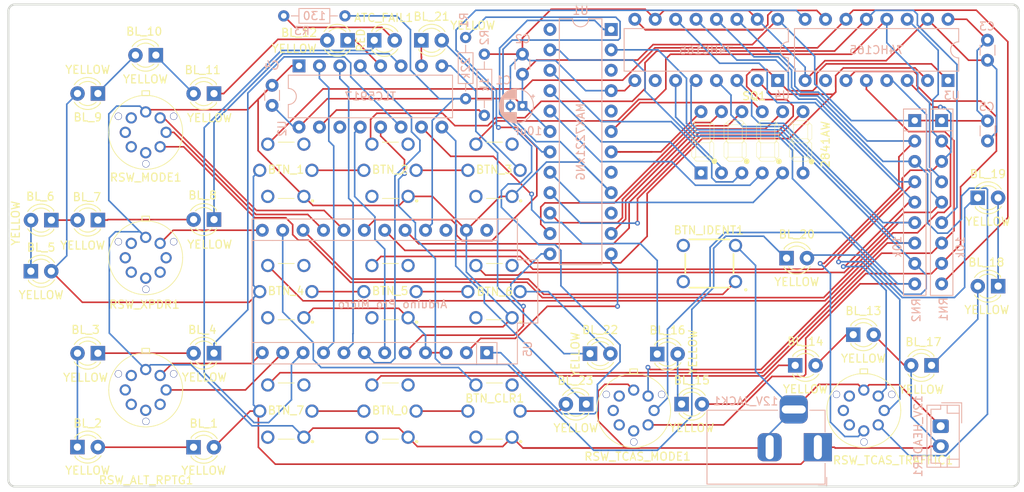
<source format=kicad_pcb>
(kicad_pcb (version 20240108) (generator "pcbnew") (generator_version "8.0")
  (layers (0 "F.Cu" signal) (31 "B.Cu" signal) (34 "B.Paste" user) (35 "F.Paste" user) (36 "B.SilkS" user "B.Silkscreen") (37 "F.SilkS" user "F.Silkscreen") (38 "B.Mask" user) (39 "F.Mask" user) (44 "Edge.Cuts" user))
  (net 0 "")
  (net 1 "12V_IN")
  (net 2 "GND")
  (net 3 "Net-(ATC_FAIL1-A)")
  (net 4 "ATC_FAIL")
  (net 5 "Net-(BL_1-K)")
  (net 6 "Net-(BL_2-K)")
  (net 7 "Net-(BL_3-K)")
  (net 8 "BACKLIGHT_4")
  (net 9 "Net-(BL_5-K)")
  (net 10 "Net-(BL_6-K)")
  (net 11 "Net-(BL_7-K)")
  (net 12 "BACKLIGHT_5")
  (net 13 "Net-(BL_10-A)")
  (net 14 "Net-(BL_10-K)")
  (net 15 "Net-(BL_11-K)")
  (net 16 "BACKLIGHT_6")
  (net 17 "Net-(BL_13-K)")
  (net 18 "Net-(BL_14-K)")
  (net 19 "Net-(BL_15-K)")
  (net 20 "BACKLIGHT_7")
  (net 21 "Net-(BL_17-K)")
  (net 22 "Net-(BL_18-K)")
  (net 23 "Net-(BL_19-K)")
  (net 24 "BACKLIGHT_8")
  (net 25 "Net-(BTN_0-K)")
  (net 26 "Net-(BTN_0-A)")
  (net 29 "Net-(BTN_1-K)")
  (net 30 "BTN_1")
  (net 33 "Net-(BTN_2-K)")
  (net 35 "BTN_2")
  (net 38 "BTN_3")
  (net 39 "BACKLIGHT_1")
  (net 41 "Net-(BTN_4-K)")
  (net 43 "BTN_4")
  (net 45 "BTN_5")
  (net 46 "Net-(BTN_5-K)")
  (net 51 "BACKLIGHT_2")
  (net 52 "BTN_6")
  (net 53 "BTN_7")
  (net 57 "BACKLIGHT_3")
  (net 59 "BTN_CLR")
  (net 60 "BTN_IDENT")
  (net 63 "+5V")
  (net 64 "Net-(U1-ISET)")
  (net 69 "ALT_RPTG_ON")
  (net 70 "ALT_RPTG_OFF")
  (net 72 "MS_STBY")
  (net 75 "MS_AUTO")
  (net 78 "MS_ON")
  (net 79 "TCAS_TARA")
  (net 80 "TCAS_TA")
  (net 83 "TCAS_STBY")
  (net 86 "TCAS_BLW")
  (net 89 "TCAS_THRT")
  (net 91 "TCAS_ALL")
  (net 92 "TCAS_ABV")
  (net 97 "XPDR")
  (net 101 "DISP_DIN")
  (net 103 "DISP_LATCH")
  (net 104 "DISP_CLOCK")
  (net 107 "OSH_CLOCK")
  (net 108 "OUT_BRT_BACK")
  (net 109 "OSH_LATCH")
  (net 110 "ISH_LATCH")
  (net 111 "ISH_DOUT1")
  (net 112 "ISH_CLOCK")
  (net 113 "ISH_DIN")
  (net 114 "OSH_DIN")
  (net 115 "SQ_S_A")
  (net 116 "SQ_D0")
  (net 117 "SQ_D3")
  (net 118 "SQ_S_B")
  (net 119 "SQ_S_F")
  (net 120 "SQ_S_C")
  (net 121 "SQ_S_E")
  (net 122 "SQ_S_D")
  (net 123 "SQ_D1")
  (net 124 "SQ_S_DP")
  (net 125 "SQ_S_G")
  (net 126 "SQ_D2")
  (net 127 "Net-(BL_21-A)")
  (net 128 "Net-(BL_22-A)")
  (net 129 "Net-(BL_23-A)")
  (net 131 "Net-(U2-R-EXT)")
  (net 137 "BTN_0")
  (footprint "LED_THT:LED_D3.0mm" (layer "F.Cu") (at 113.07 98.7 180)
    (property "Reference" "BL_4")
    (property "Value" "YELLOW")
  )
  (footprint "LED_THT:LED_D3.0mm" (layer "F.Cu") (at 98.62 82.13 180)
    (property "Reference" "BL_7")
    (property "Value" "YELLOW")
  )
  (footprint "LED_THT:LED_D3.0mm" (layer "F.Cu") (at 159.865 98.76)
    (property "Reference" "BL_22")
    (property "Value" "YELLOW")
  )
  (footprint "My:SW66-lwt" (layer "F.Cu") (at 122.1104 91.04)
    (property "Reference" "BTN_4")
    (property "Value" "SW66-lwt" (hide yes))
  )
  (footprint "LED_THT:LED_D3.0mm" (layer "F.Cu") (at 202.38 100.22 180)
    (property "Reference" "BL_17")
    (property "Value" "YELLOW")
  )
  (footprint "LED_THT:LED_D3.0mm" (layer "F.Cu") (at 90.275 88.5)
    (property "Reference" "BL_5")
    (property "Value" "YELLOW")
  )
  (footprint "My:SW66-lwt" (layer "F.Cu") (at 148.0204 91.04)
    (property "Reference" "BTN_6")
    (property "Value" "SW66-lwt" (hide yes))
  )
  (footprint "My:myRM103772BCB" (layer "F.Cu") (at 106.066 69.5958)
    (property "Reference" "RSW_MODE1")
    (property "Value" "RM103772BCB" (hide yes))
  )
  (footprint "LED_THT:LED_D3.0mm" (layer "F.Cu") (at 208.125 79.36)
    (property "Reference" "BL_19")
    (property "Value" "YELLOW")
  )
  (footprint "My:SW66-lwt" (layer "F.Cu") (at 148.0204 75.9397)
    (property "Reference" "BTN_3")
    (property "Value" "SW66-lwt" (hide yes))
  )
  (footprint "LED_THT:LED_D3.0mm" (layer "F.Cu") (at 184.335 86.87)
    (property "Reference" "BL_20")
    (property "Value" "YELLOW")
  )
  (footprint "LED_THT:LED_D3.0mm" (layer "F.Cu") (at 185.41 100.22)
    (property "Reference" "BL_14")
    (property "Value" "YELLOW")
  )
  (footprint "My:myRM103772BCB" (layer "F.Cu") (at 106.066 85.2076)
    (property "Reference" "RSW_XPDR1")
    (property "Value" "RM102772BCB" (hide yes))
  )
  (footprint "LED_THT:LED_D3.0mm" (layer "F.Cu") (at 171.27 105.04)
    (property "Reference" "BL_15")
    (property "Value" "YELLOW")
  )
  (footprint "SamacSys_Parts:B3F1000" (layer "F.Cu") (at 174.7326 87.5421)
    (property "Reference" "BTN_IDENT1")
    (property "Value" "B3F-1055" (hide yes))
  )
  (footprint "My:myRM103772BCB" (layer "F.Cu") (at 195.4486 104.2158)
    (property "Reference" "RSW_TCAS_TRAFFIC1")
    (property "Value" "RM104772BCB" (hide yes))
  )
  (footprint "My:SW66-lwt" (layer "F.Cu") (at 122.1104 105.91)
    (property "Reference" "BTN_7")
    (property "Value" "SW66-lwt" (hide yes))
  )
  (footprint "My:2841AW" (layer "F.Cu") (at 179.9781 72.4473)
    (property "Reference" "SQ1")
    (property "Value" "2841AW")
  )
  (footprint "LED_THT:LED_D3.0mm" (layer "F.Cu") (at 210.675 90.36 180)
    (property "Reference" "BL_18")
    (property "Value" "YELLOW")
  )
  (footprint "LED_THT:LED_D3.0mm" (layer "F.Cu") (at 129.705 59.76 180)
    (property "Reference" "BL_12")
    (property "Value" "YELLOW")
  )
  (footprint "LED_THT:LED_D3.0mm" (layer "F.Cu") (at 98.62 98.7 180)
    (property "Reference" "BL_3")
    (property "Value" "YELLOW")
  )
  (footprint "LED_THT:LED_D3.0mm" (layer "F.Cu") (at 105.8316 61.61 180)
    (property "Reference" "BL_10")
    (property "Value" "YELLOW")
  )
  (footprint "LED_THT:LED_D3.0mm" (layer "F.Cu") (at 168.24 98.81)
    (property "Reference" "BL_16")
    (property "Value" "YELLOW")
  )
  (footprint "My:SW66-lwt" (layer "F.Cu") (at 135.0756 105.91)
    (property "Reference" "BTN_0")
    (property "Value" "SW66-lwt" (hide yes))
  )
  (footprint "My:myRM103772BCB" (layer "F.Cu") (at 106.066 101.6576)
    (property "Reference" "RSW_ALT_RPTG1")
    (property "Value" "RM102772BCB" (hide yes))
  )
  (footprint "My:SW66-lwt" (layer "F.Cu") (at 135.0756 75.9397)
    (property "Reference" "BTN_2")
    (property "Value" "SW66-lwt" (hide yes))
  )
  (footprint "LED_THT:LED_D3.0mm" (layer "F.Cu") (at 92.825 82.14 180)
    (property "Reference" "BL_6")
    (property "Value" "YELLOW")
  )
  (footprint "My:SW66-lwt" (layer "F.Cu") (at 135.0756 91.04)
    (property "Reference" "BTN_5")
    (property "Value" "SW66-lwt" (hide yes))
  )
  (footprint "My:SW66-lwt" (layer "F.Cu") (at 122.1104 75.9397)
    (property "Reference" "BTN_1")
    (property "Value" "SW66-lwt" (hide yes))
  )
  (footprint "My:SW66-lwt" (layer "F.Cu") (at 148.0204 105.91)
    (property "Reference" "BTN_CLR1")
    (property "Value" "SW66-lwt" (hide yes))
  )
  (footprint "LED_THT:LED_D3.0mm" (layer "F.Cu") (at 113.07 66.39 180)
    (property "Reference" "BL_11")
    (property "Value" "YELLOW")
  )
  (footprint "LED_THT:LED_D3.0mm" (layer "F.Cu") (at 159.405 105.04 180)
    (property "Reference" "BL_23")
    (property "Value" "YELLOW")
  )
  (footprint "LED_THT:LED_D3.0mm" (layer "F.Cu") (at 192.635 96.4)
    (property "Reference" "BL_13")
    (property "Value" "YELLOW")
  )
  (footprint "LED_THT:LED_D3.0mm" (layer "F.Cu") (at 138.875 59.76)
    (property "Reference" "BL_21")
    (property "Value" "YELLOW")
  )
  (footprint "My:myRM103772BCB" (layer "F.Cu") (at 166.8026 104.2158)
    (property "Reference" "RSW_TCAS_MODE1")
    (property "Value" "RM103772BCB" (hide yes))
  )
  (footprint "LED_THT:LED_D3.0mm" (layer "F.Cu") (at 133.015 59.76)
    (property "Reference" "ATC_FAIL1")
    (property "Value" "RED")
  )
  (footprint "LED_THT:LED_D3.0mm" (layer "F.Cu") (at 113.07 82.07 180)
    (property "Reference" "BL_8")
    (property "Value" "YELLOW")
  )
  (footprint "LED_THT:LED_D3.0mm" (layer "F.Cu") (at 96.07 110.39)
    (property "Reference" "BL_2")
    (property "Value" "YELLOW")
  )
  (footprint "LED_THT:LED_D3.0mm" (layer "F.Cu") (at 98.62 66.38 180)
    (property "Reference" "BL_9")
    (property "Value" "YELLOW")
  )
  (footprint "LED_THT:LED_D3.0mm" (layer "F.Cu") (at 110.52 110.41)
    (property "Reference" "BL_1")
    (property "Value" "YELLOW")
  )
  (footprint "Capacitor_THT:C_Disc_D3.0mm_W1.6mm_P2.50mm" (layer "B.Cu") (at 209.35 69.78 -90)
    (property "Reference" "C5")
    (property "Value" "0.1uF Ceramic" (hide yes))
  )
  (footprint "Resistor_THT:R_Axial_DIN0204_L3.6mm_D1.6mm_P7.62mm_Horizontal" (layer "B.Cu") (at 146.72 69.1 90)
    (property "Reference" "R2")
    (property "Value" "1k")
  )
  (footprint "Connector_JST:JST_EH_B2B-EH-A_1x02_P2.50mm_Vertical" (layer "B.Cu") (at 203.52 107.79 -90)
    (property "Reference" "12V_HEADER1")
    (property "Value" "Pin Header 1x02" (hide yes))
  )
  (footprint "Capacitor_THT:CP_Radial_D4.0mm_P1.50mm" (layer "B.Cu") (at 151.46 67.92 180)
    (property "Reference" "C1")
    (property "Value" "10uF")
  )
  (footprint "Resistor_THT:R_Array_SIP9" (layer "B.Cu") (at 203.64 69.75 -90)
    (property "Reference" "RN1")
    (property "Value" "10k")
  )
  (footprint "Resistor_THT:R_Axial_DIN0204_L3.6mm_D1.6mm_P7.62mm_Horizontal" (layer "B.Cu") (at 144.39 67.03 90)
    (property "Reference" "R1")
    (property "Value" "22k")
  )
  (footprint "Package_DIP:DIP-16_W7.62mm" (layer "B.Cu") (at 204.43 64.76 90)
    (property "Reference" "U3")
    (property "Value" "74HC165")
  )
  (footprint "Resistor_THT:R_Axial_DIN0204_L3.6mm_D1.6mm_P7.62mm_Horizontal" (layer "B.Cu") (at 129.37 56.72 180)
    (property "Reference" "R3")
    (property "Value" "130")
  )
  (footprint "Package_DIP:DIP-24_W7.62mm" (layer "B.Cu") (at 162.51 58.405 180)
    (property "Reference" "U1")
    (property "Value" "MAX7221xNG")
  )
  (footprint "Arduino:Sparkfun_Pro_Micro" (layer "B.Cu") (at 119.08 83.4 -90)
    (property "Reference" "U5")
    (property "Value" "Arduino Pro Micro")
  )
  (footprint "Connector_BarrelJack:BarrelJack_Horizontal" (layer "B.Cu") (at 188.23 110.4075)
    (property "Reference" "12V_JACK1")
    (property "Value" "Power Jack" (hide yes))
  )
  (footprint "Package_DIP:DIP-16_W7.62mm" (layer "B.Cu") (at 123.65 62.94 -90)
    (property "Reference" "U2")
    (property "Value" "TLC5917")
  )
  (footprint "Resistor_THT:R_Array_SIP9" (layer "B.Cu") (at 200.29 69.75 -90)
    (property "Reference" "RN2")
    (property "Value" "10k")
  )
  (footprint "Capacitor_THT:C_Disc_D3.0mm_W1.6mm_P2.50mm" (layer "B.Cu") (at 151.46 63.98 90)
    (property "Reference" "C2")
    (property "Value" "0.1uF Ceramic" (hide yes))
  )
  (footprint "Package_DIP:DIP-16_W7.62mm" (layer "B.Cu") (at 183.23 64.76 90)
    (property "Reference" "U4")
    (property "Value" "74HC165")
  )
  (footprint "Capacitor_THT:C_Disc_D3.0mm_W1.6mm_P2.50mm" (layer "B.Cu") (at 120.3 67.86 90)
    (property "Reference" "C4")
    (property "Value" "0.1uF Ceramic" (hide yes))
  )
  (footprint "Capacitor_THT:C_Disc_D3.0mm_W1.6mm_P2.50mm" (layer "B.Cu") (at 209.35 59.74 -90)
    (property "Reference" "C3")
    (property "Value" "0.1uF Ceramic" (hide yes))
  )
  (gr_line (start 212.9707 115.0757) (end 212.8072 115.1953) (stroke (width 0.254)) (layer "Edge.Cuts"))
  (gr_line (start 88.138 115.2841) (end 88.0371 115.2575) (stroke (width 0.254)) (layer "Edge.Cuts"))
  (gr_line (start 212.4057 115.2995) (end 88.8776 115.2995) (stroke (width 0.254)) (layer "Edge.Cuts"))
  (gr_line (start 87.4731 114.4749) (end 87.4731 56.3906) (stroke (width 0.254)) (layer "Edge.Cuts"))
  (gr_line (start 87.4731 56.3906) (end 87.4749 56.0637) (stroke (width 0.254)) (layer "Edge.Cuts"))
  (gr_line (start 213.1497 114.831) (end 213.1 114.92) (stroke (width 0.254)) (layer "Edge.Cuts"))
  (gr_line (start 213.1262 55.7164) (end 213.1704 55.8088) (stroke (width 0.254)) (layer "Edge.Cuts"))
  (gr_line (start 212.6164 115.2724) (end 212.5131 115.2926) (stroke (width 0.254)) (layer "Edge.Cuts"))
  (gr_line (start 88.0371 115.2575) (end 87.9417 115.2189) (stroke (width 0.254)) (layer "Edge.Cuts"))
  (gr_line (start 88.0869 55.3204) (end 88.1902 55.3002) (stroke (width 0.254)) (layer "Edge.Cuts"))
  (gr_line (start 87.4886 55.9582) (end 87.5151 55.8573) (stroke (width 0.254)) (layer "Edge.Cuts"))
  (gr_line (start 87.6322 114.9619) (end 87.5772 114.8764) (stroke (width 0.254)) (layer "Edge.Cuts"))
  (gr_line (start 212.8072 115.1953) (end 212.7148 115.2396) (stroke (width 0.254)) (layer "Edge.Cuts"))
  (gr_line (start 88.2977 55.2933) (end 211.8258 55.2933) (stroke (width 0.254)) (layer "Edge.Cuts"))
  (gr_line (start 212.5131 115.2926) (end 212.4057 115.2995) (stroke (width 0.254)) (layer "Edge.Cuts"))
  (gr_line (start 212.9327 55.4836) (end 213.0712 55.6309) (stroke (width 0.254)) (layer "Edge.Cuts"))
  (gr_line (start 88.1902 55.3002) (end 88.2977 55.2933) (stroke (width 0.254)) (layer "Edge.Cuts"))
  (gr_line (start 212.5654 55.3087) (end 212.6663 55.3353) (stroke (width 0.254)) (layer "Edge.Cuts"))
  (gr_line (start 211.8258 55.2933) (end 212.4599 55.295) (stroke (width 0.254)) (layer "Edge.Cuts"))
  (gr_line (start 213.0712 55.6309) (end 213.1262 55.7164) (stroke (width 0.254)) (layer "Edge.Cuts"))
  (gr_line (start 87.9417 115.2189) (end 87.7708 115.1093) (stroke (width 0.254)) (layer "Edge.Cuts"))
  (gr_line (start 87.4749 56.0637) (end 87.4886 55.9582) (stroke (width 0.254)) (layer "Edge.Cuts"))
  (gr_line (start 212.4599 55.295) (end 212.5654 55.3087) (stroke (width 0.254)) (layer "Edge.Cuts"))
  (gr_line (start 213.2303 56.1179) (end 213.2286 114.5291) (stroke (width 0.254)) (layer "Edge.Cuts"))
  (gr_line (start 213.2286 114.5291) (end 213.2148 114.6346) (stroke (width 0.254)) (layer "Edge.Cuts"))
  (gr_line (start 87.9886 55.3532) (end 88.0869 55.3204) (stroke (width 0.254)) (layer "Edge.Cuts"))
  (gr_line (start 212.7148 115.2396) (end 212.6164 115.2724) (stroke (width 0.254)) (layer "Edge.Cuts"))
  (gr_line (start 87.8963 55.3974) (end 87.9886 55.3532) (stroke (width 0.254)) (layer "Edge.Cuts"))
  (gr_line (start 87.8107 55.4524) (end 87.8963 55.3974) (stroke (width 0.254)) (layer "Edge.Cuts"))
  (gr_line (start 87.5772 114.8764) (end 87.533 114.784) (stroke (width 0.254)) (layer "Edge.Cuts"))
  (gr_line (start 87.48 114.5824) (end 87.4731 114.4749) (stroke (width 0.254)) (layer "Edge.Cuts"))
  (gr_line (start 213.1 114.92) (end 212.9707 115.0757) (stroke (width 0.254)) (layer "Edge.Cuts"))
  (gr_line (start 213.1704 55.8088) (end 213.2031 55.9071) (stroke (width 0.254)) (layer "Edge.Cuts"))
  (gr_line (start 87.533 114.784) (end 87.5003 114.6857) (stroke (width 0.254)) (layer "Edge.Cuts"))
  (gr_line (start 212.7618 55.3739) (end 212.9327 55.4836) (stroke (width 0.254)) (layer "Edge.Cuts"))
  (gr_line (start 212.6663 55.3353) (end 212.7618 55.3739) (stroke (width 0.254)) (layer "Edge.Cuts"))
  (gr_line (start 213.2234 56.0104) (end 213.2303 56.1179) (stroke (width 0.254)) (layer "Edge.Cuts"))
  (gr_line (start 87.5151 55.8573) (end 87.5537 55.7618) (stroke (width 0.254)) (layer "Edge.Cuts"))
  (gr_line (start 87.7708 115.1093) (end 87.6322 114.9619) (stroke (width 0.254)) (layer "Edge.Cuts"))
  (gr_line (start 87.5003 114.6857) (end 87.48 114.5824) (stroke (width 0.254)) (layer "Edge.Cuts"))
  (gr_line (start 88.8776 115.2995) (end 88.2435 115.2978) (stroke (width 0.254)) (layer "Edge.Cuts"))
  (gr_line (start 88.2435 115.2978) (end 88.138 115.2841) (stroke (width 0.254)) (layer "Edge.Cuts"))
  (gr_line (start 213.2031 55.9071) (end 213.2234 56.0104) (stroke (width 0.254)) (layer "Edge.Cuts"))
  (gr_line (start 213.1883 114.7356) (end 213.1497 114.831) (stroke (width 0.254)) (layer "Edge.Cuts"))
  (gr_line (start 87.5537 55.7618) (end 87.6634 55.5909) (stroke (width 0.254)) (layer "Edge.Cuts"))
  (gr_line (start 213.2148 114.6346) (end 213.1883 114.7356) (stroke (width 0.254)) (layer "Edge.Cuts"))
  (gr_line (start 87.6634 55.5909) (end 87.8107 55.4524) (stroke (width 0.254)) (layer "Edge.Cuts"))
  (segment (start 188.23 110.4075) (end 190.2817 110.4075) (width 0.2) (layer "F.Cu") (net 1))
  (segment (start 113.06 110.41) (end 117.56 105.91) (width 0.2) (layer "F.Cu") (net 1))
  (segment (start 120.7 112.515) (end 186.1225 112.515) (width 0.2) (layer "F.Cu") (net 1))
  (segment (start 198.995 100.22) (end 195.175 96.4) (width 0.2) (layer "F.Cu") (net 1))
  (segment (start 117.43 92.37) (end 118.76 91.04) (width 0.2) (layer "F.Cu") (net 1))
  (segment (start 96.685 92.37) (end 117.43 92.37) (width 0.2) (layer "F.Cu") (net 1))
  (segment (start 118.595 110.41) (end 118.595 106.075) (width 0.2) (layer "F.Cu") (net 1))
  (segment (start 118.595 110.41) (end 120.7 112.515) (width 0.2) (layer "F.Cu") (net 1))
  (segment (start 203.52 110.29) (end 202.2183 110.29) (width 0.2) (layer "F.Cu") (net 1))
  (segment (start 199.84 100.22) (end 198.995 100.22) (width 0.2) (layer "F.Cu") (net 1))
  (segment (start 117.56 105.91) (end 118.76 105.91) (width 0.2) (layer "F.Cu") (net 1))
  (segment (start 202.2183 110.29) (end 202.0051 110.5032) (width 0.2) (layer "F.Cu") (net 1))
  (segment (start 202.0051 110.5032) (end 190.3774 110.5032) (width 0.2) (layer "F.Cu") (net 1))
  (segment (start 186.1225 112.515) (end 188.23 110.4075) (width 0.2) (layer "F.Cu") (net 1))
  (segment (start 190.3774 110.5032) (end 190.2817 110.4075) (width 0.2) (layer "F.Cu") (net 1))
  (segment (start 92.815 88.5) (end 96.685 92.37) (width 0.2) (layer "F.Cu") (net 1))
  (segment (start 118.76 91.04) (end 117.9783 90.2583) (width 0.2) (layer "B.Cu") (net 1))
  (segment (start 117.9783 76.7214) (end 118.76 75.9397) (width 0.2) (layer "B.Cu") (net 1))
  (segment (start 92.815 88.5) (end 94.7405 86.5745) (width 0.2) (layer "B.Cu") (net 1))
  (segment (start 117.9783 90.2583) (end 117.9783 76.7214) (width 0.2) (layer "B.Cu") (net 1))
  (segment (start 94.7405 67.7195) (end 96.08 66.38) (width 0.2) (layer "B.Cu") (net 1))
  (segment (start 117.9783 105.1283) (end 118.76 105.91) (width 0.2) (layer "B.Cu") (net 1))
  (segment (start 117.9783 91.8217) (end 117.9783 105.1283) (width 0.2) (layer "B.Cu") (net 1))
  (segment (start 199.84 100.22) (end 199.84 106.61) (width 0.2) (layer "B.Cu") (net 1))
  (segment (start 94.7405 86.5745) (end 94.7405 67.7195) (width 0.2) (layer "B.Cu") (net 1))
  (segment (start 118.76 91.04) (end 117.9783 91.8217) (width 0.2) (layer "B.Cu") (net 1))
  (segment (start 199.84 106.61) (end 203.52 110.29) (width 0.2) (layer "B.Cu") (net 1))
  (segment (start 162.51 66.025) (end 164.185 66.025) (width 0.2) (layer "F.Cu") (net 2))
  (segment (start 117.2597 68.4003) (end 120.3 65.36) (width 0.2) (layer "F.Cu") (net 2))
  (segment (start 124.26 79.1897) (end 118.56 73.4897) (width 0.2) (layer "F.Cu") (net 2))
  (segment (start 125.3872 80.3169) (end 124.26 79.1897) (width 0.2) (layer "F.Cu") (net 2))
  (segment (start 138.385 110.3198) (end 149.0102 110.3198) (width 0.2) (layer "F.Cu") (net 2))
  (segment (start 125.388 108.032) (end 124.26 109.16) (width 0.2) (layer "F.Cu") (net 2))
  (segment (start 193.246 102.59) (end 188.3475 102.59) (width 0.2) (layer "F.Cu") (net 2))
  (segment (start 189.1159 62.2941) (end 186.65 64.76) (width 0.2) (layer "F.Cu") (net 2))
  (segment (start 149.0433 95.4167) (end 138.3519 95.4167) (width 0.2) (layer "F.Cu") (net 2))
  (segment (start 188.3475 102.59) (end 185.23 105.7075) (width 0.2) (layer "F.Cu") (net 2))
  (segment (start 165.304 103.294) (end 164.58 102.57) (width 0.2) (layer "F.Cu") (net 2))
  (segment (start 146.72 61.48) (end 151.46 61.48) (width 0.2) (layer "F.Cu") (net 2))
  (segment (start 125.4338 93.1162) (end 124.26 94.29) (width 0.2) (layer "F.Cu") (net 2))
  (segment (start 139.4 98.64) (end 141.94 98.64) (width 0.2) (layer "F.Cu") (net 2))
  (segment (start 151.46 59.47) (end 151.46 61.48) (width 0.2) (layer "F.Cu") (net 2))
  (segment (start 169.09 56.04) (end 179.59 56.04) (width 0.2) (layer "F.Cu") (net 2))
  (segment (start 196.7359 62.2941) (end 201.89 57.14) (width 0.2) (layer "F.Cu") (net 2))
  (segment (start 150.17 94.29) (end 149.0433 95.4167) (width 0.2) (layer "F.Cu") (net 2))
  (segment (start 167.99 57.14) (end 166.7433 55.8933) (width 0.2) (layer "F.Cu") (net 2))
  (segment (start 138.3519 95.4167) (end 137.2252 94.29) (width 0.2) (layer "F.Cu") (net 2))
  (segment (start 120.3 65.36) (end 122.72 62.94) (width 0.2) (layer "F.Cu") (net 2))
  (segment (start 137.2252 94.29) (end 136.0514 93.1162) (width 0.2) (layer "F.Cu") (net 2))
  (segment (start 151.513 110.503) (end 166 110.503) (width 0.2) (layer "F.Cu") (net 2))
  (segment (start 136.0514 93.1162) (end 125.4338 93.1162) (width 0.2) (layer "F.Cu") (net 2))
  (segment (start 140.2697 79.1897) (end 144.48 83.4) (width 0.2) (layer "F.Cu") (net 2))
  (segment (start 118.56 67.1) (end 120.3 65.36) (width 0.2) (layer "F.Cu") (net 2))
  (segment (start 179.59 56.04) (end 180.69 57.14) (width 0.2) (layer "F.Cu") (net 2))
  (segment (start 137.2252 79.1897) (end 140.2697 79.1897) (width 0.2) (layer "F.Cu") (net 2))
  (segment (start 122.72 62.94) (end 123.65 62.94) (width 0.2) (layer "F.Cu") (net 2))
  (segment (start 149.0102 110.3198) (end 150.17 109.16) (width 0.2) (layer "F.Cu") (net 2))
  (segment (start 151.513 110.503) (end 182.1345 110.503) (width 0.2) (layer "F.Cu") (net 2))
  (segment (start 150.17 109.16) (end 151.513 110.503) (width 0.2) (layer "F.Cu") (net 2))
  (segment (start 201.89 57.14) (end 206.99 62.24) (width 0.2) (layer "F.Cu") (net 2))
  (segment (start 137.2252 109.16) (end 136.0972 108.032) (width 0.2) (layer "F.Cu") (net 2))
  (segment (start 137.2252 79.2136) (end 136.1219 80.3169) (width 0.2) (layer "F.Cu") (net 2))
  (segment (start 166.7433 55.8933) (end 155.0367 55.8933) (width 0.2) (layer "F.Cu") (net 2))
  (segment (start 166 110.503) (end 164.253 110.503) (width 0.2) (layer "F.Cu") (net 2))
  (segment (start 136.1219 80.3169) (end 125.3872 80.3169) (width 0.2) (layer "F.Cu") (net 2))
  (segment (start 136.0972 108.032) (end 125.388 108.032) (width 0.2) (layer "F.Cu") (net 2))
  (segment (start 148.6903 79.1897) (end 144.48 83.4) (width 0.2) (layer "F.Cu") (net 2))
  (segment (start 150.17 79.1897) (end 148.6903 79.1897) (width 0.2) (layer "F.Cu") (net 2))
  (segment (start 193.95 103.294) (end 193.246 102.59) (width 0.2) (layer "F.Cu") (net 2))
  (segment (start 104.8411 68.4003) (end 117.2597 68.4003) (width 0.2) (layer "F.Cu") (net 2))
  (segment (start 189.1159 62.2941) (end 196.7359 62.2941) (width 0.2) (layer "F.Cu") (net 2))
  (segment (start 137.2252 109.16) (end 138.385 110.3198) (width 0.2) (layer "F.Cu") (net 2))
  (segment (start 164.253 110.503) (end 160.89 107.14) (width 0.2) (layer "F.Cu") (net 2))
  (segment (start 164.185 66.025) (end 165.45 64.76) (width 0.2) (layer "F.Cu") (net 2))
  (segment (start 198.36 102.63) (end 203.52 107.79) (width 0.2) (layer "F.Cu") (net 2))
  (segment (start 164.58 102.57) (end 161.722322 102.57) (width 0.2) (layer "F.Cu") (net 2))
  (segment (start 206.99 62.24) (end 209.35 62.24) (width 0.2) (layer "F.Cu") (net 2))
  (segment (start 193.95 103.294) (end 194.614 102.63) (width 0.2) (layer "F.Cu") (net 2))
  (segment (start 167.99 57.14) (end 169.09 56.04) (width 0.2) (layer "F.Cu") (net 2))
  (segment (start 161.722322 102.57) (end 160.89 103.402322) (width 0.2) (layer "F.Cu") (net 2))
  (segment (start 160.89 107.14) (end 160.89 103.402322) (width 0.2) (layer "F.Cu") (net 2))
  (segment (start 194.614 102.63) (end 198.36 102.63) (width 0.2) (layer "F.Cu") (net 2))
  (segment (start 118.56 73.4897) (end 118.56 67.1) (width 0.2) (layer "F.Cu") (net 2))
  (segment (start 155.0367 55.8933) (end 151.46 59.47) (width 0.2) (layer "F.Cu") (net 2))
  (segment (start 149.96 69.148628) (end 149.96 67.92) (width 0.2) (layer "B.Cu") (net 2))
  (segment (start 180.4787 100.9562) (end 185.23 105.7075) (width 0.2) (layer "B.Cu") (net 2))
  (segment (start 210.4857 71.1443) (end 209.35 72.28) (width 0.2) (layer "B.Cu") (net 2))
  (segment (start 100.04 84.35) (end 100.8042 83.5858) (width 0.2) (layer "B.Cu") (net 2))
  (segment (start 103.8434 67.95) (end 104.5674 68.674) (width 0.2) (layer "B.Cu") (net 2))
  (segment (start 149.96 62.98) (end 151.46 61.48) (width 0.2) (layer "B.Cu") (net 2))
  (segment (start 100.8042 83.5858) (end 103.8674 83.5858) (width 0.2) (layer "B.Cu") (net 2))
  (segment (start 186.65 64.76) (end 186.65 63.1) (width 0.2) (layer "B.Cu") (net 2))
  (segment (start 122.84 107.74) (end 117.8 107.74) (width 0.2) (layer "B.Cu") (net 2))
  (segment (start 152.259999 62.279999) (end 155.579999 62.279999) (width 0.2) (layer "B.Cu") (net 2))
  (segment (start 154.4497 74.91) (end 158.695 74.91) (width 0.2) (layer "B.Cu") (net 2))
  (segment (start 117.8 107.74) (end 110.21 100.15) (width 0.2) (layer "B.Cu") (net 2))
  (segment (start 151.46 61.48) (end 152.259999 62.279999) (width 0.2) (layer "B.Cu") (net 2))
  (segment (start 159.325 66.025) (end 162.51 66.025) (width 0.2) (layer "B.Cu") (net 2))
  (segment (start 210.4857 63.3757) (end 210.4857 71.1443) (width 0.2) (layer "B.Cu") (net 2))
  (segment (start 103.8674 83.5858) (end 104.5674 84.2858) (width 0.2) (layer "B.Cu") (net 2))
  (segment (start 99.97 79.6884) (end 99.97 68.93) (width 0.2) (layer "B.Cu") (net 2))
  (segment (start 158.695 74.91) (end 162.51 78.725) (width 0.2) (layer "B.Cu") (net 2))
  (segment (start 104.5674 84.2858) (end 99.97 79.6884) (width 0.2) (layer "B.Cu") (net 2))
  (segment (start 137.2252 94.29) (end 139.4 96.4648) (width 0.2) (layer "B.Cu") (net 2))
  (segment (start 100.95 67.95) (end 103.8434 67.95) (width 0.2) (layer "B.Cu") (net 2))
  (segment (start 182.23 108.7075) (end 182.23 110.4075) (width 0.2) (layer "B.Cu") (net 2))
  (segment (start 100.04 96.2084) (end 104.5674 100.7358) (width 0.2) (layer "B.Cu") (net 2))
  (segment (start 110.21 100.15) (end 105.1532 100.15) (width 0.2) (layer "B.Cu") (net 2))
  (segment (start 186.65 63.1) (end 180.69 57.14) (width 0.2) (layer "B.Cu") (net 2))
  (segment (start 162.51 78.725) (end 156.16 72.375) (width 0.2) (layer "B.Cu") (net 2))
  (segment (start 150.17 94.29) (end 144.48 88.6) (width 0.2) (layer "B.Cu") (net 2))
  (segment (start 124.26 109.16) (end 122.84 107.74) (width 0.2) (layer "B.Cu") (net 2))
  (segment (start 155.579999 62.279999) (end 159.325 66.025) (width 0.2) (layer "B.Cu") (net 2))
  (segment (start 177.9826 85.2921) (end 180.4787 87.7882) (width 0.2) (layer "B.Cu") (net 2))
  (segment (start 180.4787 87.7882) (end 180.4787 100.9562) (width 0.2) (layer "B.Cu") (net 2))
  (segment (start 99.97 68.93) (end 100.95 67.95) (width 0.2) (layer "B.Cu") (net 2))
  (segment (start 139.4 96.4648) (end 139.4 98.64) (width 0.2) (layer "B.Cu") (net 2))
  (segment (start 105.1532 100.15) (end 104.5674 100.7358) (width 0.2) (layer "B.Cu") (net 2))
  (segment (start 150.17 79.1897) (end 154.4497 74.91) (width 0.2) (layer "B.Cu") (net 2))
  (segment (start 185.23 105.7075) (end 182.23 108.7075) (width 0.2) (layer "B.Cu") (net 2))
  (segment (start 144.48 83.4) (end 144.48 88.6) (width 0.2) (layer "B.Cu") (net 2))
  (segment (start 153.186372 72.375) (end 156.16 72.375) (width 0.2) (layer "B.Cu") (net 2))
  (segment (start 153.186372 72.375) (end 149.96 69.148628) (width 0.2) (layer "B.Cu") (net 2))
  (segment (start 100.04 96.2084) (end 100.04 84.35) (width 0.2) (layer "B.Cu") (net 2))
  (segment (start 149.96 67.92) (end 149.96 62.98) (width 0.2) (layer "B.Cu") (net 2))
  (segment (start 209.35 62.24) (end 210.4857 63.3757) (width 0.2) (layer "B.Cu") (net 2))
  (segment (start 133.945 58.15) (end 135.555 59.76) (width 0.2) (layer "F.Cu") (net 3))
  (segment (start 123.18 58.15) (end 133.945 58.15) (width 0.2) (layer "F.Cu") (net 3))
  (segment (start 121.75 56.72) (end 123.18 58.15) (width 0.2) (layer "F.Cu") (net 3))
  (segment (start 132.5801 61.0199) (end 133.64 59.96) (width 0.2) (layer "B.Cu") (net 4))
  (segment (start 111.8507 101.1407) (end 111.8507 70.6293) (width 0.2) (layer "B.Cu") (net 4))
  (segment (start 122.71 104.5) (end 119.87 107.34) (width 0.2) (layer "B.Cu") (net 4))
  (segment (start 121.4601 61.0199) (end 132.5801 61.0199) (width 0.2) (layer "B.Cu") (net 4))
  (segment (start 122.71 100.09) (end 122.71 104.5) (width 0.2) (layer "B.Cu") (net 4))
  (segment (start 111.8507 70.6293) (end 121.4601 61.0199) (width 0.2) (layer "B.Cu") (net 4))
  (segment (start 118.05 107.34) (end 111.8507 101.1407) (width 0.2) (layer "B.Cu") (net 4))
  (segment (start 124.16 98.64) (end 122.71 100.09) (width 0.2) (layer "B.Cu") (net 4))
  (segment (start 119.87 107.34) (end 118.05 107.34) (width 0.2) (layer "B.Cu") (net 4))
  (segment (start 110.52 110.41) (end 98.63 110.41) (width 0.2) (layer "F.Cu") (net 5))
  (segment (start 96.07 98.71) (end 96.07 110.39) (width 0.2) (layer "B.Cu") (net 6))
  (segment (start 98.62 98.7) (end 110.53 98.7) (width 0.2) (layer "F.Cu") (net 7))
  (segment (start 136.35 70.56) (end 130.0864 64.2964) (width 0.2) (layer "B.Cu") (net 8))
  (segment (start 117.278 66.333372) (end 117.278 93.2903) (width 0.2) (layer "B.Cu") (net 8))
  (segment (start 121.789772 61.8216) (end 117.278 66.333372) (width 0.2) (layer "B.Cu") (net 8))
  (segment (start 117.278 93.2903) (end 113.07 97.4983) (width 0.2) (layer "B.Cu") (net 8))
  (segment (start 130.0864 64.2964) (end 130.0864 62.598) (width 0.2) (layer "B.Cu") (net 8))
  (segment (start 129.31 61.8216) (end 121.789772 61.8216) (width 0.2) (layer "B.Cu") (net 8))
  (segment (start 113.07 97.4983) (end 113.07 98.7) (width 0.2) (layer "B.Cu") (net 8))
  (segment (start 130.0864 62.598) (end 129.31 61.8216) (width 0.2) (layer "B.Cu") (net 8))
  (segment (start 90.285 87.2883) (end 90.285 82.14) (width 0.2) (layer "B.Cu") (net 9))
  (segment (start 90.275 87.2983) (end 90.285 87.2883) (width 0.2) (layer "B.Cu") (net 9))
  (segment (start 90.275 88.5) (end 90.275 87.2983) (width 0.2) (layer "B.Cu") (net 9))
  (segment (start 92.825 82.14) (end 96.07 82.14) (width 0.2) (layer "F.Cu") (net 10))
  (segment (start 99.8817 82.07) (end 99.8217 82.13) (width 0.2) (layer "F.Cu") (net 11))
  (segment (start 98.62 82.13) (end 99.8217 82.13) (width 0.2) (layer "F.Cu") (net 11))
  (segment (start 110.53 82.07) (end 99.8817 82.07) (width 0.2) (layer "F.Cu") (net 11))
  (segment (start 121.624086 61.4216) (end 134.8316 61.4216) (width 0.2) (layer "B.Cu") (net 12))
  (segment (start 134.8316 61.4216) (end 136.35 62.94) (width 0.2) (layer "B.Cu") (net 12))
  (segment (start 113.07 69.975686) (end 121.624086 61.4216) (width 0.2) (layer "B.Cu") (net 12))
  (segment (start 113.07 82.07) (end 113.07 69.975686) (width 0.2) (layer "B.Cu") (net 12))
  (segment (start 98.62 66.2816) (end 103.2916 61.61) (width 0.2) (layer "B.Cu") (net 13))
  (segment (start 105.8316 61.6916) (end 110.53 66.39) (width 0.2) (layer "B.Cu") (net 14))
  (segment (start 113.07 66.39) (end 114.2717 66.39) (width 0.2) (layer "F.Cu") (net 15))
  (segment (start 114.2717 66.39) (end 121.0217 59.64) (width 0.2) (layer "F.Cu") (net 15))
  (segment (start 121.0217 59.64) (end 127.165 59.64) (width 0.2) (layer "F.Cu") (net 15))
  (segment (start 129.705 59.64) (end 130.51 59.64) (width 0.2) (layer "F.Cu") (net 16))
  (segment (start 130.51 59.64) (end 133.81 62.94) (width 0.2) (layer "F.Cu") (net 16))
  (segment (start 191.77 96.4) (end 192.635 96.4) (width 0.2) (layer "F.Cu") (net 17))
  (segment (start 187.95 100.22) (end 191.77 96.4) (width 0.2) (layer "F.Cu") (net 17))
  (segment (start 185.41 100.22) (end 183.342645 100.22) (width 0.2) (layer "F.Cu") (net 18))
  (segment (start 178.522645 105.04) (end 173.81 105.04) (width 0.2) (layer "F.Cu") (net 18))
  (segment (start 183.342645 100.22) (end 178.522645 105.04) (width 0.2) (layer "F.Cu") (net 18))
  (segment (start 170.78 98.81) (end 170.78 104.55) (width 0.2) (layer "B.Cu") (net 19))
  (segment (start 142.53 74.2) (end 138.89 70.56) (width 0.2) (layer "F.Cu") (net 20))
  (segment (start 152.6056 78.8963) (end 152.535609 78.8963) (width 0.2) (layer "F.Cu") (net 20))
  (segment (start 152.535609 78.8963) (end 147.839309 74.2) (width 0.2) (layer "F.Cu") (net 20))
  (segment (start 147.839309 74.2) (end 142.53 74.2) (width 0.2) (layer "F.Cu") (net 20))
  (via (at 152.6056 78.8963) (size 0.6) (drill 0.3) (layers "F.Cu" "B.Cu") (net 20))
  (segment (start 156.33 82.44) (end 158.94 85.05) (width 0.2) (layer "B.Cu") (net 20))
  (segment (start 166.12 85.05) (end 168.24 87.17) (width 0.2) (layer "B.Cu") (net 20))
  (segment (start 152.6056 78.8963) (end 152.6056 80.8456) (width 0.2) (layer "B.Cu") (net 20))
  (segment (start 168.24 87.17) (end 168.24 98.81) (width 0.2) (layer "B.Cu") (net 20))
  (segment (start 152.6056 80.8456) (end 154.2 82.44) (width 0.2) (layer "B.Cu") (net 20))
  (segment (start 154.2 82.44) (end 156.33 82.44) (width 0.2) (layer "B.Cu") (net 20))
  (segment (start 158.94 85.05) (end 166.12 85.05) (width 0.2) (layer "B.Cu") (net 20))
  (segment (start 208.135 90.36) (end 208.135 94.465) (width 0.2) (layer "B.Cu") (net 21))
  (segment (start 208.135 94.465) (end 202.38 100.22) (width 0.2) (layer "B.Cu") (net 21))
  (segment (start 210.675 89.1583) (end 210.665 89.1483) (width 0.2) (layer "B.Cu") (net 22))
  (segment (start 210.675 90.36) (end 210.675 89.1583) (width 0.2) (layer "B.Cu") (net 22))
  (segment (start 210.665 89.1483) (end 210.665 79.36) (width 0.2) (layer "B.Cu") (net 22))
  (segment (start 198.738628 91.77) (end 205.24 91.77) (width 0.2) (layer "B.Cu") (net 23))
  (segment (start 187.255 86.49) (end 193.458628 86.49) (width 0.2) (layer "B.Cu") (net 23))
  (segment (start 205.24 91.77) (end 206.50415 90.50585) (width 0.2) (layer "B.Cu") (net 23))
  (segment (start 206.50415 90.50585) (end 206.50415 80.68) (width 0.2) (layer "B.Cu") (net 23))
  (segment (start 193.458628 86.49) (end 198.738628 91.77) (width 0.2) (layer "B.Cu") (net 23))
  (segment (start 206.50415 80.68) (end 207.82415 79.36) (width 0.2) (layer "B.Cu") (net 23))
  (segment (start 133.81 71.6617) (end 136.7768 74.6285) (width 0.2) (layer "F.Cu") (net 24))
  (segment (start 133.81 70.56) (end 133.81 71.6617) (width 0.2) (layer "F.Cu") (net 24))
  (segment (start 136.7768 74.6285) (end 136.7768 76.3448) (width 0.2) (layer "F.Cu") (net 24))
  (via (at 136.7768 76.3448) (size 0.6) (drill 0.3) (layers "F.Cu" "B.Cu") (net 24))
  (segment (start 172.54 93.2529) (end 172.54 106.51) (width 0.2) (layer "B.Cu") (net 24))
  (segment (start 140.62 86.93) (end 138.13 84.44) (width 0.2) (layer "B.Cu") (net 24))
  (segment (start 181.4822 84.1422) (end 176.763486 84.1422) (width 0.2) (layer "B.Cu") (net 24))
  (segment (start 136.0444 77.0772) (end 136.7768 76.3448) (width 0.2) (layer "B.Cu") (net 24))
  (segment (start 140.62 99.36) (end 140.62 86.93) (width 0.2) (layer "B.Cu") (net 24))
  (segment (start 138.13 82.47) (end 136.0444 80.3844) (width 0.2) (layer "B.Cu") (net 24))
  (segment (start 160.336014 110.79) (end 149.636014 100.09) (width 0.2) (layer "B.Cu") (net 24))
  (segment (start 176.763486 84.1422) (end 175.2599 85.645786) (width 0.2) (layer "B.Cu") (net 24))
  (segment (start 138.13 84.44) (end 138.13 82.47) (width 0.2) (layer "B.Cu") (net 24))
  (segment (start 141.35 100.09) (end 140.62 99.36) (width 0.2) (layer "B.Cu") (net 24))
  (segment (start 175.2599 85.645786) (end 175.2599 90.533) (width 0.2) (layer "B.Cu") (net 24))
  (segment (start 172.54 106.51) (end 168.26 110.79) (width 0.2) (layer "B.Cu") (net 24))
  (segment (start 136.0444 80.3844) (end 136.0444 77.0772) (width 0.2) (layer "B.Cu") (net 24))
  (segment (start 184.21 86.87) (end 181.4822 84.1422) (width 0.2) (layer "B.Cu") (net 24))
  (segment (start 175.2599 90.533) (end 172.54 93.2529) (width 0.2) (layer "B.Cu") (net 24))
  (segment (start 168.26 110.79) (end 160.336014 110.79) (width 0.2) (layer "B.Cu") (net 24))
  (segment (start 149.636014 100.09) (end 141.35 100.09) (width 0.2) (layer "B.Cu") (net 24))
  (segment (start 138.2252 105.91) (end 144.67 105.91) (width 0.2) (layer "F.Cu") (net 25))
  (segment (start 131.7252 105.91) (end 125.26 105.91) (width 0.2) (layer "F.Cu") (net 26))
  (segment (start 125.26 75.9397) (end 131.7252 75.9397) (width 0.2) (layer "F.Cu") (net 29))
  (segment (start 192.6428 56.0129) (end 207.9529 56.0129) (width 0.2) (layer "F.Cu") (net 30))
  (segment (start 151.6317 65.81) (end 152.7217 64.72) (width 0.2) (layer "F.Cu") (net 30))
  (segment (start 192.6428 56.0129) (end 191.5157 57.14) (width 0.2) (layer "F.Cu") (net 30))
  (segment (start 188.1759 60.6941) (end 191.73 57.14) (width 0.2) (layer "F.Cu") (net 30))
  (segment (start 152.7217 64.72) (end 163.934365 64.72) (width 0.2) (layer "F.Cu") (net 30))
  (segment (start 211.8783 59.9383) (end 211.8783 81.8317) (width 0.2) (layer "F.Cu") (net 30))
  (segment (start 119.76 72.6897) (end 126.6397 65.81) (width 0.2) (layer "F.Cu") (net 30))
  (segment (start 126.6397 65.81) (end 151.6317 65.81) (width 0.2) (layer "F.Cu") (net 30))
  (segment (start 163.934365 64.72) (end 167.960265 60.6941) (width 0.2) (layer "F.Cu") (net 30))
  (segment (start 211.8783 81.8317) (end 203.64 90.07) (width 0.2) (layer "F.Cu") (net 30))
  (segment (start 207.9529 56.0129) (end 211.8783 59.9383) (width 0.2) (layer "F.Cu") (net 30))
  (segment (start 167.960265 60.6941) (end 188.1759 60.6941) (width 0.2) (layer "F.Cu") (net 30))
  (segment (start 138.2252 75.9397) (end 144.67 75.9397) (width 0.2) (layer "F.Cu") (net 33))
  (segment (start 194.27 57.14) (end 190.3159 61.0941) (width 0.2) (layer "F.Cu") (net 35))
  (segment (start 166.72 62.54) (end 166.72 65.763628) (width 0.2) (layer "F.Cu") (net 35))
  (segment (start 133.3303 68.8397) (end 132.56 69.61) (width 0.2) (layer "F.Cu") (net 35))
  (segment (start 132.56 69.61) (end 132.56 72.5245) (width 0.2) (layer "F.Cu") (net 35))
  (segment (start 168.1659 61.0941) (end 166.72 62.54) (width 0.2) (layer "F.Cu") (net 35))
  (segment (start 143.05 70.38) (end 141.5097 68.8397) (width 0.2) (layer "F.Cu") (net 35))
  (segment (start 148.1271 69.3929) (end 147.14 70.38) (width 0.2) (layer "F.Cu") (net 35))
  (segment (start 166.72 65.763628) (end 165.132828 67.3508) (width 0.2) (layer "F.Cu") (net 35))
  (segment (start 147.14 70.38) (end 143.05 70.38) (width 0.2) (layer "F.Cu") (net 35))
  (segment (start 151.7579 69.3929) (end 148.1271 69.3929) (width 0.2) (layer "F.Cu") (net 35))
  (segment (start 190.3159 61.0941) (end 168.1659 61.0941) (width 0.2) (layer "F.Cu") (net 35))
  (segment (start 141.5097 68.8397) (end 133.3303 68.8397) (width 0.2) (layer "F.Cu") (net 35))
  (segment (start 165.132828 67.3508) (end 153.8 67.3508) (width 0.2) (layer "F.Cu") (net 35))
  (segment (start 153.8 67.3508) (end 151.7579 69.3929) (width 0.2) (layer "F.Cu") (net 35))
  (segment (start 200.62 57.844314) (end 205.5439 62.768214) (width 0.2) (layer "B.Cu") (net 35))
  (segment (start 205.5439 62.768214) (end 205.5439 80.5461) (width 0.2) (layer "B.Cu") (net 35))
  (segment (start 200.1339 56.0339) (end 200.62 56.52) (width 0.2) (layer "B.Cu") (net 35))
  (segment (start 195.3761 56.0339) (end 200.1339 56.0339) (width 0.2) (layer "B.Cu") (net 35))
  (segment (start 200.62 56.52) (end 200.62 57.844314) (width 0.2) (layer "B.Cu") (net 35))
  (segment (start 194.27 57.14) (end 195.3761 56.0339) (width 0.2) (layer "B.Cu") (net 35))
  (segment (start 205.5439 80.5461) (end 203.64 82.45) (width 0.2) (layer "B.Cu") (net 35))
  (segment (start 168.02 67.1131) (end 165.936214 67.1131) (width 0.2) (layer "F.Cu") (net 38))
  (segment (start 196.81 57.14) (end 192.4559 61.4941) (width 0.2) (layer "F.Cu") (net 38))
  (segment (start 169.31 62.07) (end 169.31 65.8231) (width 0.2) (layer "F.Cu") (net 38))
  (segment (start 165.936214 67.1131) (end 163.256414 69.7929) (width 0.2) (layer "F.Cu") (net 38))
  (segment (start 148.292786 69.7929) (end 145.67 72.415686) (width 0.2) (layer "F.Cu") (net 38))
  (segment (start 163.256414 69.7929) (end 148.292786 69.7929) (width 0.2) (layer "F.Cu") (net 38))
  (segment (start 169.8859 61.4941) (end 169.31 62.07) (width 0.2) (layer "F.Cu") (net 38))
  (segment (start 169.31 65.8231) (end 168.02 67.1131) (width 0.2) (layer "F.Cu") (net 38))
  (segment (start 192.4559 61.4941) (end 169.8859 61.4941) (width 0.2) (layer "F.Cu") (net 38))
  (segment (start 200.66 66.046) (end 202.1383 67.5243) (width 0.2) (layer "B.Cu") (net 38))
  (segment (start 196.81 57.14) (end 196.81 60.06) (width 0.2) (layer "B.Cu") (net 38))
  (segment (start 196.81 60.06) (end 200.66 63.91) (width 0.2) (layer "B.Cu") (net 38))
  (segment (start 202.1383 75.546928) (end 203.64 77.048628) (width 0.2) (layer "B.Cu") (net 38))
  (segment (start 202.1383 67.5243) (end 202.1383 75.546928) (width 0.2) (layer "B.Cu") (net 38))
  (segment (start 200.66 63.91) (end 200.66 66.046) (width 0.2) (layer "B.Cu") (net 38))
  (segment (start 138.89 62.94) (end 138.89 61.8383) (width 0.2) (layer "F.Cu") (net 39))
  (segment (start 138.89 61.8383) (end 138.875 61.8233) (width 0.2) (layer "F.Cu") (net 39))
  (segment (start 138.875 61.8233) (end 138.875 59.76) (width 0.2) (layer "F.Cu") (net 39))
  (segment (start 125.26 91.04) (end 131.7252 91.04) (width 0.2) (layer "F.Cu") (net 41))
  (segment (start 124.1525 92.1825) (end 119.76 87.79) (width 0.2) (layer "F.Cu") (net 43))
  (segment (start 203.64 72.29) (end 204.7417 73.3917) (width 0.2) (layer "F.Cu") (net 43))
  (segment (start 203.1648 81.18) (end 200.6248 83.72) (width 0.2) (layer "F.Cu") (net 43))
  (segment (start 197.579901 83.72) (end 189.117401 92.1825) (width 0.2) (layer "F.Cu") (net 43))
  (segment (start 203.9525 81.18) (end 203.1648 81.18) (width 0.2) (layer "F.Cu") (net 43))
  (segment (start 200.6248 83.72) (end 197.579901 83.72) (width 0.2) (layer "F.Cu") (net 43))
  (segment (start 204.7417 80.3908) (end 203.9525 81.18) (width 0.2) (layer "F.Cu") (net 43))
  (segment (start 204.7417 73.3917) (end 204.7417 80.3908) (width 0.2) (layer "F.Cu") (net 43))
  (segment (start 189.117401 92.1825) (end 124.1525 92.1825) (width 0.2) (layer "F.Cu") (net 43))
  (segment (start 203.21 66.4844) (end 202.5383 67.1561) (width 0.2) (layer "B.Cu") (net 43))
  (segment (start 199.35 57.14) (end 203.21 61) (width 0.2) (layer "B.Cu") (net 43))
  (segment (start 202.5383 71.1883) (end 203.64 72.29) (width 0.2) (layer "B.Cu") (net 43))
  (segment (start 203.21 61) (end 203.21 66.4844) (width 0.2) (layer "B.Cu") (net 43))
  (segment (start 202.5383 67.1561) (end 202.5383 71.1883) (width 0.2) (layer "B.Cu") (net 43))
  (segment (start 133.852 86.6632) (end 151.1835 86.6632) (width 0.2) (layer "F.Cu") (net 45))
  (segment (start 198.72 78.374315) (end 198.72 76.9517) (width 0.2) (layer "F.Cu") (net 45))
  (segment (start 202.5383 75.9317) (end 203.64 74.83) (width 0.2) (layer "F.Cu") (net 45))
  (segment (start 203.4862 68.0737) (end 202.6637 68.0737) (width 0.2) (layer "F.Cu") (net 45))
  (segment (start 188.839314 88.255) (end 198.72 78.374315) (width 0.2) (layer "F.Cu") (net 45))
  (segment (start 202.6637 68.0737) (end 199.35 64.76) (width 0.2) (layer "F.Cu") (net 45))
  (segment (start 198.72 76.9517) (end 199.74 75.9317) (width 0.2) (layer "F.Cu") (net 45))
  (segment (start 151.1835 86.6632) (end 152.7753 88.255) (width 0.2) (layer "F.Cu") (net 45))
  (segment (start 152.7753 88.255) (end 188.839314 88.255) (width 0.2) (layer "F.Cu") (net 45))
  (segment (start 199.74 75.9317) (end 202.5383 75.9317) (width 0.2) (layer "F.Cu") (net 45))
  (segment (start 132.7252 87.79) (end 133.852 86.6632) (width 0.2) (layer "F.Cu") (net 45))
  (via (at 203.4862 68.0737) (size 0.6) (drill 0.3) (layers "F.Cu" "B.Cu") (net 45))
  (segment (start 203.4862 68.0737) (end 203.9933 68.0737) (width 0.2) (layer "B.Cu") (net 45))
  (segment (start 204.7885 68.8689) (end 204.7885 73.6815) (width 0.2) (layer "B.Cu") (net 45))
  (segment (start 204.7885 73.6815) (end 203.64 74.83) (width 0.2) (layer "B.Cu") (net 45))
  (segment (start 203.9933 68.0737) (end 204.7885 68.8689) (width 0.2) (layer "B.Cu") (net 45))
  (segment (start 138.2252 91.04) (end 144.67 91.04) (width 0.2) (layer "F.Cu") (net 46))
  (segment (start 145.6609 66.0692) (end 145.6609 71.0871) (width 0.2) (layer "B.Cu") (net 51))
  (segment (start 148.3664 73.7926) (end 148.3664 90.4943) (width 0.2) (layer "B.Cu") (net 51))
  (segment (start 145.6609 71.0871) (end 148.3664 73.7926) (width 0.2) (layer "B.Cu") (net 51))
  (segment (start 142.5317 62.94) (end 145.6609 66.0692) (width 0.2) (layer "B.Cu") (net 51))
  (segment (start 141.43 62.94) (end 142.5317 62.94) (width 0.2) (layer "B.Cu") (net 51))
  (segment (start 148.3664 90.4943) (end 156.6321 98.76) (width 0.2) (layer "B.Cu") (net 51))
  (segment (start 156.6321 98.76) (end 159.865 98.76) (width 0.2) (layer "B.Cu") (net 51))
  (segment (start 198.988529 81.18) (end 191.513529 88.655) (width 0.2) (layer "F.Cu") (net 52))
  (segment (start 191.513529 88.655) (end 151.3071 88.655) (width 0.2) (layer "F.Cu") (net 52))
  (segment (start 151.3071 88.655) (end 150.9781 88.984) (width 0.2) (layer "F.Cu") (net 52))
  (segment (start 203.64 79.91) (end 202.37 81.18) (width 0.2) (layer "F.Cu") (net 52))
  (segment (start 146.864 88.984) (end 145.67 87.79) (width 0.2) (layer "F.Cu") (net 52))
  (segment (start 202.37 81.18) (end 198.988529 81.18) (width 0.2) (layer "F.Cu") (net 52))
  (segment (start 150.9781 88.984) (end 146.864 88.984) (width 0.2) (layer "F.Cu") (net 52))
  (segment (start 202.3 76.274314) (end 201.7383 75.712614) (width 0.2) (layer "B.Cu") (net 52))
  (segment (start 202.3 78.57) (end 202.3 76.274314) (width 0.2) (layer "B.Cu") (net 52))
  (segment (start 201.7383 75.712614) (end 201.7383 68.9983) (width 0.2) (layer "B.Cu") (net 52))
  (segment (start 203.64 79.91) (end 202.3 78.57) (width 0.2) (layer "B.Cu") (net 52))
  (segment (start 201.7383 68.9983) (end 197.5 64.76) (width 0.2) (layer "B.Cu") (net 52))
  (segment (start 199.5203 71.112) (end 204.0256 71.112) (width 0.2) (layer "F.Cu") (net 53))
  (segment (start 204.0256 71.112) (end 205.1717 72.2581) (width 0.2) (layer "F.Cu") (net 53))
  (segment (start 121.2867 101.1333) (end 119.76 102.66) (width 0.2) (layer "F.Cu") (net 53))
  (segment (start 194.27 64.76) (end 194.27 65.8617) (width 0.2) (layer "F.Cu") (net 53))
  (segment (start 194.27 65.8617) (end 199.5203 71.112) (width 0.2) (layer "F.Cu") (net 53))
  (segment (start 181.297972 101.1333) (end 196.171273 86.26) (width 0.2) (layer "F.Cu") (net 53))
  (segment (start 205.1717 83.4583) (end 203.64 84.99) (width 0.2) (layer "F.Cu") (net 53))
  (segment (start 203.64 84.99) (end 202.37 86.26) (width 0.2) (layer "F.Cu") (net 53))
  (segment (start 205.1717 72.2581) (end 205.1717 83.4583) (width 0.2) (layer "F.Cu") (net 53))
  (segment (start 121.2867 101.1333) (end 181.297972 101.1333) (width 0.2) (layer "F.Cu") (net 53))
  (segment (start 202.37 86.26) (end 196.171273 86.26) (width 0.2) (layer "F.Cu") (net 53))
  (segment (start 146.71 92.420991) (end 159.329009 105.04) (width 0.2) (layer "B.Cu") (net 57))
  (segment (start 143.1541 72.2841) (end 143.1541 87.8489) (width 0.2) (layer "B.Cu") (net 57))
  (segment (start 143.1541 87.8489) (end 146.71 91.4048) (width 0.2) (layer "B.Cu") (net 57))
  (segment (start 141.43 70.56) (end 143.1541 72.2841) (width 0.2) (layer "B.Cu") (net 57))
  (segment (start 146.71 91.4048) (end 146.71 92.420991) (width 0.2) (layer "B.Cu") (net 57))
  (segment (start 126.41 100.49) (end 125.43 99.51) (width 0.2) (layer "B.Cu") (net 59))
  (segment (start 145.67 102.66) (end 143.5 100.49) (width 0.2) (layer "B.Cu") (net 59))
  (segment (start 125.43 97.38) (end 121.62 93.57) (width 0.2) (layer "B.Cu") (net 59))
  (segment (start 125.43 99.51) (end 125.43 97.38) (width 0.2) (layer "B.Cu") (net 59))
  (segment (start 121.62 93.57) (end 121.62 83.4) (width 0.2) (layer "B.Cu") (net 59))
  (segment (start 143.5 100.49) (end 126.41 100.49) (width 0.2) (layer "B.Cu") (net 59))
  (segment (start 176.3922 91.3825) (end 154.107586 91.3825) (width 0.2) (layer "F.Cu") (net 60))
  (segment (start 177.9826 89.7921) (end 176.3922 91.3825) (width 0.2) (layer "F.Cu") (net 60))
  (segment (start 130.236 89.476) (end 124.16 83.4) (width 0.2) (layer "F.Cu") (net 60))
  (segment (start 154.107586 91.3825) (end 152.201086 89.476) (width 0.2) (layer "F.Cu") (net 60))
  (segment (start 152.201086 89.476) (end 130.236 89.476) (width 0.2) (layer "F.Cu") (net 60))
  (segment (start 204.7717 69.78) (end 204.7417 69.75) (width 0.2) (layer "F.Cu") (net 63))
  (segment (start 167.7259 60.2941) (end 180.0759 60.2941) (width 0.2) (layer "F.Cu") (net 63))
  (segment (start 151.46 67.92) (end 150.5487 67.0087) (width 0.2) (layer "F.Cu") (net 63))
  (segment (start 144.39 67.03) (end 127.18 67.03) (width 0.2) (layer "F.Cu") (net 63))
  (segment (start 153.225 62.215) (end 165.805 62.215) (width 0.2) (layer "F.Cu") (net 63))
  (segment (start 209.35 69.78) (end 204.7717 69.78) (width 0.2) (layer "F.Cu") (net 63))
  (segment (start 203.64 69.75) (end 204.7417 69.75) (width 0.2) (layer "F.Cu") (net 63))
  (segment (start 200.29 69.75) (end 203.64 69.75) (width 0.2) (layer "F.Cu") (net 63))
  (segment (start 165.805 62.215) (end 167.7259 60.2941) (width 0.2) (layer "F.Cu") (net 63))
  (segment (start 151.46 63.98) (end 153.225 62.215) (width 0.2) (layer "F.Cu") (net 63))
  (segment (start 204.43 57.14) (end 206.75 57.14) (width 0.2) (layer "F.Cu") (net 63))
  (segment (start 127.18 67.03) (end 123.65 70.56) (width 0.2) (layer "F.Cu") (net 63))
  (segment (start 180.0759 60.2941) (end 183.23 57.14) (width 0.2) (layer "F.Cu") (net 63))
  (segment (start 150.5487 67.0087) (end 144.4113 67.0087) (width 0.2) (layer "F.Cu") (net 63))
  (segment (start 206.75 57.14) (end 209.35 59.74) (width 0.2) (layer "F.Cu") (net 63))
  (segment (start 141.084365 67.03) (end 137.52 63.465635) (width 0.2) (layer "B.Cu") (net 63))
  (segment (start 187.84 61.75) (end 183.23 57.14) (width 0.2) (layer "B.Cu") (net 63))
  (segment (start 200.29 69.75) (end 192.392744 69.75) (width 0.2) (layer "B.Cu") (net 63))
  (segment (start 137.52 63.465635) (end 137.52 58.44) (width 0.2) (layer "B.Cu") (net 63))
  (segment (start 192.392744 69.75) (end 187.84 65.197256) (width 0.2) (layer "B.Cu") (net 63))
  (segment (start 140.23 82.57) (end 140.23 69.742) (width 0.2) (layer "B.Cu") (net 63))
  (segment (start 120.3 67.86) (end 123 70.56) (width 0.2) (layer "B.Cu") (net 63))
  (segment (start 135.8 56.72) (end 129.37 56.72) (width 0.2) (layer "B.Cu") (net 63))
  (segment (start 187.84 65.197256) (end 187.84 61.75) (width 0.2) (layer "B.Cu") (net 63))
  (segment (start 137.52 58.44) (end 135.8 56.72) (width 0.2) (layer "B.Cu") (net 63))
  (segment (start 144.39 67.03) (end 141.084365 67.03) (width 0.2) (layer "B.Cu") (net 63))
  (segment (start 142.942 67.03) (end 140.23 69.742) (width 0.2) (layer "B.Cu") (net 63))
  (segment (start 139.4 83.4) (end 140.23 82.57) (width 0.2) (layer "B.Cu") (net 63))
  (segment (start 208.06 61.03) (end 209.35 59.74) (width 0.2) (layer "B.Cu") (net 63))
  (segment (start 151.46 67.92) (end 151.46 63.98) (width 0.2) (layer "B.Cu") (net 63))
  (segment (start 208.06 68.49) (end 208.06 61.03) (width 0.2) (layer "B.Cu") (net 63))
  (segment (start 151.705 67.92) (end 154.89 71.105) (width 0.2) (layer "B.Cu") (net 63))
  (segment (start 209.35 69.78) (end 208.06 68.49) (width 0.2) (layer "B.Cu") (net 63))
  (segment (start 144.39 67.03) (end 142.942 67.03) (width 0.2) (layer "B.Cu") (net 63))
  (segment (start 163.385 59.73) (end 150.187086 59.73) (width 0.2) (layer "B.Cu") (net 64))
  (segment (start 144.39 59.41) (end 146.9186 56.8814) (width 0.2) (layer "B.Cu") (net 64))
  (segment (start 149.0461 68.800414) (end 153.890686 73.645) (width 0.2) (layer "B.Cu") (net 64))
  (segment (start 163.0755 56.8814) (end 163.6117 57.4176) (width 0.2) (layer "B.Cu") (net 64))
  (segment (start 146.9186 56.8814) (end 163.0755 56.8814) (width 0.2) (layer "B.Cu") (net 64))
  (segment (start 150.187086 59.73) (end 149.0461 60.870986) (width 0.2) (layer "B.Cu") (net 64))
  (segment (start 163.6117 57.4176) (end 163.6117 59.5033) (width 0.2) (layer "B.Cu") (net 64))
  (segment (start 153.890686 73.645) (end 154.89 73.645) (width 0.2) (layer "B.Cu") (net 64))
  (segment (start 163.6117 59.5033) (end 163.385 59.73) (width 0.2) (layer "B.Cu") (net 64))
  (segment (start 149.0461 60.870986) (end 149.0461 68.800414) (width 0.2) (layer "B.Cu") (net 64))
  (segment (start 117.7382 99.9818) (end 119.08 98.64) (width 0.2) (layer "F.Cu") (net 69))
  (segment (start 106.3634 101.4798) (end 107.8614 99.9818) (width 0.2) (layer "F.Cu") (net 69))
  (segment (start 107.8614 99.9818) (end 117.7382 99.9818) (width 0.2) (layer "F.Cu") (net 69))
  (segment (start 107.1074 103.2758) (end 116.9842 103.2758) (width 0.2) (layer "F.Cu") (net 70))
  (segment (start 116.9842 103.2758) (end 121.62 98.64) (width 0.2) (layer "F.Cu") (net 70))
  (segment (start 126.7788 80.9388) (end 129.24 83.4) (width 0.2) (layer "F.Cu") (net 72))
  (segment (start 106.8329 69.418) (end 118.3537 80.9388) (width 0.2) (layer "F.Cu") (net 72))
  (segment (start 118.3537 80.9388) (end 126.7788 80.9388) (width 0.2) (layer "F.Cu") (net 72))
  (segment (start 124.7391 81.4391) (end 126.7 83.4) (width 0.2) (layer "F.Cu") (net 75))
  (segment (start 107.1074 71.214) (end 108.063214 71.214) (width 0.2) (layer "F.Cu") (net 75))
  (segment (start 118.288314 81.4391) (end 124.7391 81.4391) (width 0.2) (layer "F.Cu") (net 75))
  (segment (start 108.063214 71.214) (end 118.288314 81.4391) (width 0.2) (layer "F.Cu") (net 75))
  (segment (start 122.0008 81.8408) (end 118.124328 81.8408) (width 0.2) (layer "F.Cu") (net 78))
  (segment (start 153.9419 91.7825) (end 152.0354 89.876) (width 0.2) (layer "F.Cu") (net 78))
  (segment (start 122.86 82.7) (end 122.0008 81.8408) (width 0.2) (layer "F.Cu") (net 78))
  (segment (start 152.0354 89.876) (end 130.070314 89.876) (width 0.2) (layer "F.Cu") (net 78))
  (segment (start 122.86 83.94) (end 122.86 82.7) (width 0.2) (layer "F.Cu") (net 78))
  (segment (start 188.951715 91.7825) (end 153.9419 91.7825) (width 0.2) (layer "F.Cu") (net 78))
  (segment (start 124.829464 84.63515) (end 123.55515 84.63515) (width 0.2) (layer "F.Cu") (net 78))
  (segment (start 198.284215 82.45) (end 188.951715 91.7825) (width 0.2) (layer "F.Cu") (net 78))
  (segment (start 123.55515 84.63515) (end 122.86 83.94) (width 0.2) (layer "F.Cu") (net 78))
  (segment (start 118.124328 81.8408) (end 109.293528 73.01) (width 0.2) (layer "F.Cu") (net 78))
  (segment (start 200.29 82.45) (end 198.284215 82.45) (width 0.2) (layer "F.Cu") (net 78))
  (segment (start 130.070314 89.876) (end 124.829464 84.63515) (width 0.2) (layer "F.Cu") (net 78))
  (segment (start 109.293528 73.01) (end 106.3634 73.01) (width 0.2) (layer "F.Cu") (net 78))
  (segment (start 183.981372 70.09) (end 180.93 70.09) (width 0.2) (layer "B.Cu") (net 78))
  (segment (start 179.99 66.6) (end 178.15 64.76) (width 0.2) (layer "B.Cu") (net 78))
  (segment (start 179.99 69.15) (end 179.99 66.6) (width 0.2) (layer "B.Cu") (net 78))
  (segment (start 200.29 82.45) (end 196.341372 82.45) (width 0.2) (layer "B.Cu") (net 78))
  (segment (start 180.93 70.09) (end 179.99 69.15) (width 0.2) (layer "B.Cu") (net 78))
  (segment (start 196.341372 82.45) (end 183.981372 70.09) (width 0.2) (layer "B.Cu") (net 78))
  (segment (start 193.492645 90.07) (end 186.72 96.842645) (width 0.2) (layer "F.Cu") (net 79))
  (segment (start 176.498331 107.63) (end 167.1 107.63) (width 0.2) (layer "F.Cu") (net 79))
  (segment (start 186.72 101.33) (end 186.45 101.6) (width 0.2) (layer "F.Cu") (net 79))
  (segment (start 200.29 90.07) (end 193.492645 90.07) (width 0.2) (layer "F.Cu") (net 79))
  (segment (start 186.72 96.842645) (end 186.72 101.33) (width 0.2) (layer "F.Cu") (net 79))
  (segment (start 186.45 101.6) (end 182.528331 101.6) (width 0.2) (layer "F.Cu") (net 79))
  (segment (start 182.528331 101.6) (end 176.498331 107.63) (width 0.2) (layer "F.Cu") (net 79))
  (segment (start 200.29 90.07) (end 198.17 90.07) (width 0.2) (layer "B.Cu") (net 79))
  (segment (start 185.07 76.97) (end 185.07 73.441372) (width 0.2) (layer "B.Cu") (net 79))
  (segment (start 170.53 69.306642) (end 170.53 64.76) (width 0.2) (layer "B.Cu") (net 79))
  (segment (start 183.318628 71.69) (end 172.913358 71.69) (width 0.2) (layer "B.Cu") (net 79))
  (segment (start 185.07 73.441372) (end 183.318628 71.69) (width 0.2) (layer "B.Cu") (net 79))
  (segment (start 172.913358 71.69) (end 170.53 69.306642) (width 0.2) (layer "B.Cu") (net 79))
  (segment (start 198.17 90.07) (end 185.07 76.97) (width 0.2) (layer "B.Cu") (net 79))
  (segment (start 201.7159 90.698414) (end 201.044314 91.37) (width 0.2) (layer "B.Cu") (net 80))
  (segment (start 172.452365 65.377635) (end 173.07 64.76) (width 0.2) (layer "B.Cu") (net 80))
  (segment (start 169.5099 99.77) (end 169.5338 99.7939) (width 0.2) (layer "B.Cu") (net 80))
  (segment (start 169.5338 104.27) (end 167.9698 105.834) (width 0.2) (layer "B.Cu") (net 80))
  (segment (start 200.29 87.53) (end 201.7159 88.9559) (width 0.2) (layer "B.Cu") (net 80))
  (segment (start 176.6609 83.6791) (end 174.817 85.523) (width 0.2) (layer "B.Cu") (net 80))
  (segment (start 172.452365 70.097635) (end 172.452365 65.377635) (width 0.2) (layer "B.Cu") (net 80))
  (segment (start 174.817 90.410214) (end 169.5099 95.717314) (width 0.2) (layer "B.Cu") (net 80))
  (segment (start 198.904314 91.37) (end 191.213414 83.6791) (width 0.2) (layer "B.Cu") (net 80))
  (segment (start 169.5099 95.717314) (end 169.5099 99.77) (width 0.2) (layer "B.Cu") (net 80))
  (segment (start 201.7159 88.9559) (end 201.7159 90.698414) (width 0.2) (layer "B.Cu") (net 80))
  (segment (start 183.65 70.89) (end 173.24473 70.89) (width 0.2) (layer "B.Cu") (net 80))
  (segment (start 200.29 87.53) (end 183.65 70.89) (width 0.2) (layer "B.Cu") (net 80))
  (segment (start 201.044314 91.37) (end 198.904314 91.37) (width 0.2) (layer "B.Cu") (net 80))
  (segment (start 173.24473 70.89) (end 172.452365 70.097635) (width 0.2) (layer "B.Cu") (net 80))
  (segment (start 191.213414 83.6791) (end 176.6609 83.6791) (width 0.2) (layer "B.Cu") (net 80))
  (segment (start 174.817 85.523) (end 174.817 90.410214) (width 0.2) (layer "B.Cu") (net 80))
  (segment (start 169.5338 99.7939) (end 169.5338 104.27) (width 0.2) (layer "B.Cu") (net 80))
  (segment (start 167.3533 100.7333) (end 167.08 100.46) (width 0.2) (layer "F.Cu") (net 83))
  (segment (start 200.29 84.99) (end 196.875587 84.99) (width 0.2) (layer "F.Cu") (net 83))
  (segment (start 181.132286 100.7333) (end 196.875587 84.99) (width 0.2) (layer "F.Cu") (net 83))
  (segment (start 181.132286 100.7333) (end 167.3533 100.7333) (width 0.2) (layer "F.Cu") (net 83))
  (via (at 167.08 100.46) (size 0.6) (drill 0.3) (layers "F.Cu" "B.Cu") (net 83))
  (segment (start 200.29 84.99) (end 198.315686 84.99) (width 0.2) (layer "B.Cu") (net 83))
  (segment (start 177.42 69.04) (end 177.42 66.57) (width 0.2) (layer "B.Cu") (net 83))
  (segment (start 177.42 66.57) (end 175.61 64.76) (width 0.2) (layer "B.Cu") (net 83))
  (segment (start 178.87 70.49) (end 177.42 69.04) (width 0.2) (layer "B.Cu") (net 83))
  (segment (start 198.315686 84.99) (end 183.815686 70.49) (width 0.2) (layer "B.Cu") (net 83))
  (segment (start 167.1 100.48) (end 167.08 100.46) (width 0.2) (layer "B.Cu") (net 83))
  (segment (start 167.1 104.038) (end 167.1 100.48) (width 0.2) (layer "B.Cu") (net 83))
  (segment (start 183.815686 70.49) (end 178.87 70.49) (width 0.2) (layer "B.Cu") (net 83))
  (segment (start 198.32 74.26) (end 200.29 72.29) (width 0.2) (layer "F.Cu") (net 86))
  (segment (start 188.52 87.53) (end 188.998628 87.53) (width 0.2) (layer "F.Cu") (net 86))
  (segment (start 198.32 78.208629) (end 198.32 74.26) (width 0.2) (layer "F.Cu") (net 86))
  (segment (start 188.998628 87.53) (end 198.32 78.208629) (width 0.2) (layer "F.Cu") (net 86))
  (via (at 188.52 87.53) (size 0.6) (drill 0.3) (layers "F.Cu" "B.Cu") (net 86))
  (segment (start 182.4269 61.4169) (end 178.15 57.14) (width 0.2) (layer "B.Cu") (net 86))
  (segment (start 194.367058 72.29) (end 188.288358 66.2113) (width 0.2) (layer "B.Cu") (net 86))
  (segment (start 186.11 66.2113) (end 185.36 65.4613) (width 0.2) (layer "B.Cu") (net 86))
  (segment (start 191.584 109.074) (end 189.7964 107.2864) (width 0.2) (layer "B.Cu") (net 86))
  (segment (start 185.36 63.3) (end 183.4769 61.4169) (width 0.2) (layer "B.Cu") (net 86))
  (segment (start 185.36 65.4613) (end 185.36 63.3) (width 0.2) (layer "B.Cu") (net 86))
  (segment (start 189.7964 107.2864) (end 189.7964 88.8064) (width 0.2) (layer "B.Cu") (net 86))
  (segment (start 183.4769 61.4169) (end 182.4269 61.4169) (width 0.2) (layer "B.Cu") (net 86))
  (segment (start 189.7964 88.8064) (end 188.52 87.53) (width 0.2) (layer "B.Cu") (net 86))
  (segment (start 193.95 108.374) (end 193.25 109.074) (width 0.2) (layer "B.Cu") (net 86))
  (segment (start 193.25 109.074) (end 191.584 109.074) (width 0.2) (layer "B.Cu") (net 86))
  (segment (start 200.29 72.29) (end 194.367058 72.29) (width 0.2) (layer "B.Cu") (net 86))
  (segment (start 188.288358 66.2113) (end 186.11 66.2113) (width 0.2) (layer "B.Cu") (net 86))
  (segment (start 200.29 79.91) (end 199.59 79.91) (width 0.2) (layer "F.Cu") (net 89))
  (segment (start 199.59 79.91) (end 191.58 87.92) (width 0.2) (layer "F.Cu") (net 89))
  (segment (start 191.58 87.92) (end 191.4 87.92) (width 0.2) (layer "F.Cu") (net 89))
  (via (at 191.4 87.92) (size 0.6) (drill 0.3) (layers "F.Cu" "B.Cu") (net 89))
  (segment (start 187.8989 67.5189) (end 183.1789 67.5189) (width 0.2) (layer "B.Cu") (net 89))
  (segment (start 176.0069 62.6169) (end 170.53 57.14) (width 0.2) (layer "B.Cu") (net 89))
  (segment (start 183.1789 67.5189) (end 181.93 66.27) (width 0.2) (layer "B.Cu") (net 89))
  (segment (start 196.73 90.892744) (end 193.743628 87.906372) (width 0.2) (layer "B.Cu") (net 89))
  (segment (start 200.29 79.91) (end 187.8989 67.5189) (width 0.2) (layer "B.Cu") (net 89))
  (segment (start 193.73 87.92) (end 191.4 87.92) (width 0.2) (layer "B.Cu") (net 89))
  (segment (start 180.9269 62.6169) (end 176.0069 62.6169) (width 0.2) (layer "B.Cu") (net 89))
  (segment (start 181.93 63.62) (end 180.9269 62.6169) (width 0.2) (layer "B.Cu") (net 89))
  (segment (start 181.93 66.27) (end 181.93 63.62) (width 0.2) (layer "B.Cu") (net 89))
  (segment (start 196.73 103.054) (end 196.73 90.892744) (width 0.2) (layer "B.Cu") (net 89))
  (segment (start 193.743628 87.906372) (end 193.73 87.92) (width 0.2) (layer "B.Cu") (net 89))
  (segment (start 195.746 104.038) (end 196.73 103.054) (width 0.2) (layer "B.Cu") (net 89))
  (segment (start 190.81 87.34) (end 190.81 86.85) (width 0.2) (layer "F.Cu") (net 91))
  (segment (start 190.81 86.85) (end 200.29 77.37) (width 0.2) (layer "F.Cu") (net 91))
  (via (at 190.81 87.34) (size 0.6) (drill 0.3) (layers "F.Cu" "B.Cu") (net 91))
  (segment (start 190.83 87.32) (end 190.81 87.34) (width 0.2) (layer "B.Cu") (net 91))
  (segment (start 200.29 77.37) (end 198.315686 77.37) (width 0.2) (layer "B.Cu") (net 91))
  (segment (start 184.56 65.792672) (end 184.56 63.77) (width 0.2) (layer "B.Cu") (net 91))
  (segment (start 185.848528 67.0812) (end 184.56 65.792672) (width 0.2) (layer "B.Cu") (net 91))
  (segment (start 198.4298 92.026858) (end 193.722942 87.32) (width 0.2) (layer "B.Cu") (net 91))
  (segment (start 193.722942 87.32) (end 190.83 87.32) (width 0.2) (layer "B.Cu") (net 91))
  (segment (start 198.4298 104.4202) (end 198.4298 92.026858) (width 0.2) (layer "B.Cu") (net 91))
  (segment (start 197.016 105.834) (end 198.4298 104.4202) (width 0.2) (layer "B.Cu") (net 91))
  (segment (start 183.0069 62.2169) (end 178.1469 62.2169) (width 0.2) (layer "B.Cu") (net 91))
  (segment (start 184.56 63.77) (end 183.0069 62.2169) (width 0.2) (layer "B.Cu") (net 91))
  (segment (start 188.026886 67.0812) (end 185.848528 67.0812) (width 0.2) (layer "B.Cu") (net 91))
  (segment (start 178.1469 62.2169) (end 173.07 57.14) (width 0.2) (layer "B.Cu") (net 91))
  (segment (start 198.315686 77.37) (end 188.026886 67.0812) (width 0.2) (layer "B.Cu") (net 91))
  (segment (start 206.10415 79.15415) (end 206.10415 82.01585) (width 0.2) (layer "B.Cu") (net 92))
  (segment (start 180.2869 61.8169) (end 175.61 57.14) (width 0.2) (layer "B.Cu") (net 92))
  (segment (start 209.3448 78.3387) (end 209.1644 78.1583) (width 0.2) (layer "B.Cu") (net 92))
  (segment (start 184.96 63.465686) (end 183.311214 61.8169) (width 0.2) (layer "B.Cu") (net 92))
  (segment (start 201.9 76.44) (end 201.9 82.504364) (width 0.2) (layer "B.Cu") (net 92))
  (segment (start 209.3448 106.292) (end 209.3448 78.3387) (width 0.2) (layer "B.Cu") (net 92))
  (segment (start 186.012514 66.6795) (end 184.96 65.626986) (width 0.2) (layer "B.Cu") (net 92))
  (segment (start 183.311214 61.8169) (end 180.2869 61.8169) (width 0.2) (layer "B.Cu") (net 92))
  (segment (start 209.1644 78.1583) (end 207.1 78.1583) (width 0.2) (layer "B.Cu") (net 92))
  (segment (start 199.5739 111.4579) (end 204.1789 111.4579) (width 0.2) (layer "B.Cu") (net 92))
  (segment (start 188.190872 66.6795) (end 186.012514 66.6795) (width 0.2) (layer "B.Cu") (net 92))
  (segment (start 196.341372 74.83) (end 188.190872 66.6795) (width 0.2) (layer "B.Cu") (net 92))
  (segment (start 206.10415 82.01585) (end 204.36 83.76) (width 0.2) (layer "B.Cu") (net 92))
  (segment (start 200.29 74.83) (end 201.9 76.44) (width 0.2) (layer "B.Cu") (net 92))
  (segment (start 201.9 82.504364) (end 203.155635 83.76) (width 0.2) (layer "B.Cu") (net 92))
  (segment (start 204.36 83.76) (end 203.155635 83.76) (width 0.2) (layer "B.Cu") (net 92))
  (segment (start 184.96 65.626986) (end 184.96 63.465686) (width 0.2) (layer "B.Cu") (net 92))
  (segment (start 200.29 74.83) (end 196.341372 74.83) (width 0.2) (layer "B.Cu") (net 92))
  (segment (start 204.1789 111.4579) (end 209.3448 106.292) (width 0.2) (layer "B.Cu") (net 92))
  (segment (start 195.746 107.63) (end 199.5739 111.4579) (width 0.2) (layer "B.Cu") (net 92))
  (segment (start 207.1 78.1583) (end 206.10415 79.15415) (width 0.2) (layer "B.Cu") (net 92))
  (segment (start 106.3634 85.0298) (end 107.9932 83.4) (width 0.2) (layer "F.Cu") (net 97))
  (segment (start 107.9932 83.4) (end 119.08 83.4) (width 0.2) (layer "F.Cu") (net 97))
  (segment (start 152.6 76.137) (end 151.103 77.634) (width 0.2) (layer "B.Cu") (net 101))
  (segment (start 152.6 72.92) (end 152.6 76.137) (width 0.2) (layer "B.Cu") (net 101))
  (segment (start 156.3544 106.2427) (end 148.7517 98.64) (width 0.2) (layer "B.Cu") (net 101))
  (segment (start 160.7901 105.8922) (end 160.4396 106.2427) (width 0.2) (layer "B.Cu") (net 101))
  (segment (start 160.4396 106.2427) (end 156.3544 106.2427) (width 0.2) (layer "B.Cu") (net 101))
  (segment (start 149.666 77.634) (end 148.84 78.46) (width 0.2) (layer "B.Cu") (net 101))
  (segment (start 153.49 85.19) (end 155.52 85.19) (width 0.2) (layer "B.Cu") (net 101))
  (segment (start 148.84 78.46) (end 148.84 80.54) (width 0.2) (layer "B.Cu") (net 101))
  (segment (start 148.7517 98.64) (end 147.02 98.64) (width 0.2) (layer "B.Cu") (net 101))
  (segment (start 160.4557 57.2861) (end 152.0653 57.2861) (width 0.2) (layer "B.Cu") (net 101))
  (segment (start 148.84 80.54) (end 153.49 85.19) (width 0.2) (layer "B.Cu") (net 101))
  (segment (start 152.0653 57.2861) (end 148.619 60.7324) (width 0.2) (layer "B.Cu") (net 101))
  (segment (start 163.6067 97.67) (end 163.6067 99.7808) (width 0.2) (layer "B.Cu") (net 101))
  (segment (start 148.619 60.7324) (end 148.619 68.939) (width 0.2) (layer "B.Cu") (net 101))
  (segment (start 162.51 58.405) (end 161.5746 58.405) (width 0.2) (layer "B.Cu") (net 101))
  (segment (start 161.5746 58.405) (end 160.4557 57.2861) (width 0.2) (layer "B.Cu") (net 101))
  (segment (start 160.7901 102.5974) (end 160.7901 105.8922) (width 0.2) (layer "B.Cu") (net 101))
  (segment (start 148.619 68.939) (end 152.6 72.92) (width 0.2) (layer "B.Cu") (net 101))
  (segment (start 151.103 77.634) (end 149.666 77.634) (width 0.2) (layer "B.Cu") (net 101))
  (segment (start 155.52 85.19) (end 156.25 85.92) (width 0.2) (layer "B.Cu") (net 101))
  (segment (start 156.25 85.92) (end 156.25 90.3133) (width 0.2) (layer "B.Cu") (net 101))
  (segment (start 163.6067 99.7808) (end 160.7901 102.5974) (width 0.2) (layer "B.Cu") (net 101))
  (segment (start 156.25 90.3133) (end 163.6067 97.67) (width 0.2) (layer "B.Cu") (net 101))
  (segment (start 154.5629 92.8692) (end 163.294 92.8692) (width 0.2) (layer "F.Cu") (net 103))
  (segment (start 144.48 98.64) (end 146.2579 96.8621) (width 0.2) (layer "F.Cu") (net 103))
  (segment (start 150.57 96.8621) (end 154.5629 92.8692) (width 0.2) (layer "F.Cu") (net 103))
  (segment (start 146.2579 96.8621) (end 150.57 96.8621) (width 0.2) (layer "F.Cu") (net 103))
  (via (at 163.294 92.8692) (size 0.6) (drill 0.3) (layers "F.Cu" "B.Cu") (net 103))
  (segment (start 162.51 86.345) (end 162.51 87.4467) (width 0.2) (layer "B.Cu") (net 103))
  (segment (start 162.51 87.4467) (end 163.294 88.2307) (width 0.2) (layer "B.Cu") (net 103))
  (segment (start 163.294 88.2307) (end 163.294 92.8692) (width 0.2) (layer "B.Cu") (net 103))
  (segment (start 151.5774 95.289014) (end 151.5774 92.852) (width 0.2) (layer "F.Cu") (net 104))
  (segment (start 150.404314 96.4621) (end 151.5774 95.289014) (width 0.2) (layer "F.Cu") (net 104))
  (segment (start 139.0379 96.4621) (end 150.404314 96.4621) (width 0.2) (layer "F.Cu") (net 104))
  (segment (start 136.86 98.64) (end 139.0379 96.4621) (width 0.2) (layer "F.Cu") (net 104))
  (via (at 151.5774 92.852) (size 0.6) (drill 0.3) (layers "F.Cu" "B.Cu") (net 104))
  (segment (start 150.0058 90.1275) (end 150.0058 91.4921) (width 0.2) (layer "B.Cu") (net 104))
  (segment (start 151.3657 92.852) (end 151.5774 92.852) (width 0.2) (layer "B.Cu") (net 104))
  (segment (start 153.7883 86.345) (end 150.0058 90.1275) (width 0.2) (layer "B.Cu") (net 104))
  (segment (start 154.89 86.345) (end 153.7883 86.345) (width 0.2) (layer "B.Cu") (net 104))
  (segment (start 150.0058 91.4921) (end 151.3657 92.852) (width 0.2) (layer "B.Cu") (net 104))
  (segment (start 129.8317 79.4252) (end 130.3825 79.976) (width 0.2) (layer "B.Cu") (net 107))
  (segment (start 129.24 98.64) (end 130.36 97.52) (width 0.2) (layer "B.Cu") (net 107))
  (segment (start 128.73 62.94) (end 128.73 64.5183) (width 0.2) (layer "B.Cu") (net 107))
  (segment (start 128.73 64.5183) (end 129.8317 65.62) (width 0.2) (layer "B.Cu") (net 107))
  (segment (start 130.36 96.2825) (end 130.3825 96.26) (width 0.2) (layer "B.Cu") (net 107))
  (segment (start 129.8317 65.62) (end 129.8317 79.4252) (width 0.2) (layer "B.Cu") (net 107))
  (segment (start 130.36 97.52) (end 130.36 96.2825) (width 0.2) (layer "B.Cu") (net 107))
  (segment (start 130.3825 79.976) (end 130.3825 96.26) (width 0.2) (layer "B.Cu") (net 107))
  (segment (start 133.1 81.724) (end 133.1 84.5315) (width 0.2) (layer "B.Cu") (net 108))
  (segment (start 134.32 85.7515) (end 134.32 98.64) (width 0.2) (layer "B.Cu") (net 108))
  (segment (start 130.5774 79.2014) (end 133.1 81.724) (width 0.2) (layer "B.Cu") (net 108))
  (segment (start 131.27 70.56) (end 130.5774 71.2526) (width 0.2) (layer "B.Cu") (net 108))
  (segment (start 133.1 84.5315) (end 134.32 85.7515) (width 0.2) (layer "B.Cu") (net 108))
  (segment (start 130.5774 71.2526) (end 130.5774 79.2014) (width 0.2) (layer "B.Cu") (net 108))
  (segment (start 138.7 72.1868) (end 138.7 73.538) (width 0.2) (layer "B.Cu") (net 109))
  (segment (start 131.27 62.94) (end 137.65 69.32) (width 0.2) (layer "B.Cu") (net 109))
  (segment (start 137.65 69.32) (end 137.65 71.1368) (width 0.2) (layer "B.Cu") (net 109))
  (segment (start 135.5872 76.6508) (end 135.5872 99.3528) (width 0.2) (layer "B.Cu") (net 109))
  (segment (start 133.03 99.89) (end 131.78 98.64) (width 0.2) (layer "B.Cu") (net 109))
  (segment (start 135.5872 99.3528) (end 135.05 99.89) (width 0.2) (layer "B.Cu") (net 109))
  (segment (start 138.7 73.538) (end 135.5872 76.6508) (width 0.2) (layer "B.Cu") (net 109))
  (segment (start 135.05 99.89) (end 133.03 99.89) (width 0.2) (layer "B.Cu") (net 109))
  (segment (start 137.65 71.1368) (end 138.7 72.1868) (width 0.2) (layer "B.Cu") (net 109))
  (segment (start 179.37 64.11) (end 180.08 63.4) (width 0.2) (layer "F.Cu") (net 110))
  (segment (start 181.87 63.4) (end 183.23 64.76) (width 0.2) (layer "F.Cu") (net 110))
  (segment (start 164.74 83.130635) (end 162.780635 85.09) (width 0.2) (layer "F.Cu") (net 110))
  (segment (start 180.9988 67.1388) (end 184.3588 67.1388) (width 0.2) (layer "F.Cu") (net 110))
  (segment (start 189.281586 62.6941) (end 202.3641 62.6941) (width 0.2) (layer "F.Cu") (net 110))
  (segment (start 188.09 65.55) (end 188.09 63.885686) (width 0.2) (layer "F.Cu") (net 110))
  (segment (start 202.3641 62.6941) (end 204.43 64.76) (width 0.2) (layer "F.Cu") (net 110))
  (segment (start 185.16 67.94) (end 185.16 69.2) (width 0.2) (layer "F.Cu") (net 110))
  (segment (start 183.165739 71.194261) (end 173.495739 71.194261) (width 0.2) (layer "F.Cu") (net 110))
  (segment (start 179.37 65.51) (end 179.37 64.11) (width 0.2) (layer "F.Cu") (net 110))
  (segment (start 162.780635 85.09) (end 138.55 85.09) (width 0.2) (layer "F.Cu") (net 110))
  (segment (start 180.9988 67.1388) (end 179.37 65.51) (width 0.2) (layer "F.Cu") (net 110))
  (segment (start 184.3588 67.1388) (end 185.16 67.94) (width 0.2) (layer "F.Cu") (net 110))
  (segment (start 180.08 63.4) (end 181.87 63.4) (width 0.2) (layer "F.Cu") (net 110))
  (segment (start 138.55 85.09) (end 136.86 83.4) (width 0.2) (layer "F.Cu") (net 110))
  (segment (start 183.23 64.76) (end 184.51 66.04) (width 0.2) (layer "F.Cu") (net 110))
  (segment (start 185.16 69.2) (end 183.165739 71.194261) (width 0.2) (layer "F.Cu") (net 110))
  (segment (start 187.6 66.04) (end 188.09 65.55) (width 0.2) (layer "F.Cu") (net 110))
  (segment (start 164.74 79.95) (end 164.74 83.130635) (width 0.2) (layer "F.Cu") (net 110))
  (segment (start 188.09 63.885686) (end 189.281586 62.6941) (width 0.2) (layer "F.Cu") (net 110))
  (segment (start 173.495739 71.194261) (end 164.74 79.95) (width 0.2) (layer "F.Cu") (net 110))
  (segment (start 184.51 66.04) (end 187.6 66.04) (width 0.2) (layer "F.Cu") (net 110))
  (segment (start 181.343414 58.4609) (end 182 57.804314) (width 0.2) (layer "F.Cu") (net 111))
  (segment (start 182 57.804314) (end 182 56.63) (width 0.2) (layer "F.Cu") (net 111))
  (segment (start 188.09 56.04) (end 189.19 57.14) (width 0.2) (layer "F.Cu") (net 111))
  (segment (start 166.7709 58.4609) (end 181.343414 58.4609) (width 0.2) (layer "F.Cu") (net 111))
  (segment (start 165.45 57.14) (end 166.7709 58.4609) (width 0.2) (layer "F.Cu") (net 111))
  (segment (start 182.59 56.04) (end 188.09 56.04) (width 0.2) (layer "F.Cu") (net 111))
  (segment (start 182 56.63) (end 182.59 56.04) (width 0.2) (layer "F.Cu") (net 111))
  (segment (start 190.45 64.15) (end 191.3969 63.2031) (width 0.2) (layer "F.Cu") (net 112))
  (segment (start 182.4 66.47) (end 190.1816 66.47) (width 0.2) (layer "F.Cu") (net 112))
  (segment (start 136.827 85.907) (end 151.1367 85.907) (width 0.2) (layer "F.Cu") (net 112))
  (segment (start 190.1816 66.47) (end 190.46 66.1916) (width 0.2) (layer "F.Cu") (net 112))
  (segment (start 180.69 64.76) (end 182.4 66.47) (width 0.2) (layer "F.Cu") (net 112))
  (segment (start 200.3331 63.2031) (end 201.89 64.76) (width 0.2) (layer "F.Cu") (net 112))
  (segment (start 184.657339 71.994261) (end 190.46 66.1916) (width 0.2) (layer "F.Cu") (net 112))
  (segment (start 152.6877 87.458) (end 163.68 87.458) (width 0.2) (layer "F.Cu") (net 112))
  (segment (start 173.827111 71.994261) (end 184.657339 71.994261) (width 0.2) (layer "F.Cu") (net 112))
  (segment (start 163.68 87.458) (end 166.980685 84.157315) (width 0.2) (layer "F.Cu") (net 112))
  (segment (start 166.980685 78.840687) (end 173.827111 71.994261) (width 0.2) (layer "F.Cu") (net 112))
  (segment (start 151.1367 85.907) (end 152.6877 87.458) (width 0.2) (layer "F.Cu") (net 112))
  (segment (start 191.3969 63.2031) (end 200.3331 63.2031) (width 0.2) (layer "F.Cu") (net 112))
  (segment (start 190.45 65.58) (end 190.45 64.15) (width 0.2) (layer "F.Cu") (net 112))
  (segment (start 190.46 66.1916) (end 190.46 64.4661) (width 0.2) (layer "F.Cu") (net 112))
  (segment (start 166.980685 84.157315) (end 166.980685 78.840687) (width 0.2) (layer "F.Cu") (net 112))
  (segment (start 134.32 83.4) (end 136.827 85.907) (width 0.2) (layer "F.Cu") (net 112))
  (segment (start 150.77 70.6) (end 148.47 70.6) (width 0.2) (layer "F.Cu") (net 113))
  (segment (start 143.23 82.715686) (end 143.23 83.99) (width 0.2) (layer "F.Cu") (net 113))
  (segment (start 131.78 83.4) (end 133.11 82.07) (width 0.2) (layer "F.Cu") (net 113))
  (segment (start 153.2527 79.1174) (end 153.2527 73.0827) (width 0.2) (layer "F.Cu") (net 113))
  (segment (start 143.23 83.99) (end 143.93 84.69) (width 0.2) (layer "F.Cu") (net 113))
  (segment (start 153.2527 73.0827) (end 150.77 70.6) (width 0.2) (layer "F.Cu") (net 113))
  (segment (start 133.11 82.07) (end 142.584314 82.07) (width 0.2) (layer "F.Cu") (net 113))
  (segment (start 142.584314 82.07) (end 143.23 82.715686) (width 0.2) (layer "F.Cu") (net 113))
  (segment (start 147.6801 84.69) (end 153.2527 79.1174) (width 0.2) (layer "F.Cu") (net 113))
  (segment (start 143.93 84.69) (end 147.6801 84.69) (width 0.2) (layer "F.Cu") (net 113))
  (via (at 148.47 70.6) (size 0.6) (drill 0.3) (layers "F.Cu" "B.Cu") (net 113))
  (segment (start 145.6458 56.0242) (end 143.2 58.47) (width 0.2) (layer "B.Cu") (net 113))
  (segment (start 186.65 57.14) (end 185.5342 56.0242) (width 0.2) (layer "B.Cu") (net 113))
  (segment (start 148.2173 65.996614) (end 148.2173 70.3473) (width 0.2) (layer "B.Cu") (net 113))
  (segment (start 143.2 58.47) (end 143.2 60.979314) (width 0.2) (layer "B.Cu") (net 113))
  (segment (start 143.2 60.979314) (end 148.2173 65.996614) (width 0.2) (layer "B.Cu") (net 113))
  (segment (start 148.2173 70.3473) (end 148.47 70.6) (width 0.2) (layer "B.Cu") (net 113))
  (segment (start 185.5342 56.0242) (end 145.6458 56.0242) (width 0.2) (layer "B.Cu") (net 113))
  (segment (start 127.356 72.3) (end 127.356 65.66) (width 0.2) (layer "B.Cu") (net 114))
  (segment (start 126.19 64.494) (end 127.356 65.66) (width 0.2) (layer "B.Cu") (net 114))
  (segment (start 126.7 98.64) (end 127.97 97.37) (width 0.2) (layer "B.Cu") (net 114))
  (segment (start 127.97 97.37) (end 127.97 72.914) (width 0.2) (layer "B.Cu") (net 114))
  (segment (start 127.97 72.914) (end 127.356 72.3) (width 0.2) (layer "B.Cu") (net 114))
  (segment (start 126.19 62.94) (end 126.19 64.494) (width 0.2) (layer "B.Cu") (net 114))
  (segment (start 153.74 82.655) (end 153.74 80.51) (width 0.2) (layer "F.Cu") (net 115))
  (segment (start 154.89 83.805) (end 153.74 82.655) (width 0.2) (layer "F.Cu") (net 115))
  (segment (start 168.853523 74.045) (end 172.904262 69.994261) (width 0.2) (layer "F.Cu") (net 115))
  (segment (start 168.853522 74.045) (end 168.853523 74.045) (width 0.2) (layer "F.Cu") (net 115))
  (segment (start 172.904262 69.994261) (end 174.878575 69.994261) (width 0.2) (layer "F.Cu") (net 115))
  (segment (start 174.878575 69.994261) (end 176.230637 68.6422) (width 0.2) (layer "F.Cu") (net 115))
  (segment (start 162.903522 79.995) (end 168.853522 74.045) (width 0.2) (layer "F.Cu") (net 115))
  (segment (start 154.255 79.995) (end 162.903522 79.995) (width 0.2) (layer "F.Cu") (net 115))
  (segment (start 153.74 80.51) (end 154.255 79.995) (width 0.2) (layer "F.Cu") (net 115))
  (segment (start 171.88 70.090956) (end 171.88 64.4892) (width 0.2) (layer "B.Cu") (net 116))
  (segment (start 183.484314 71.29) (end 173.079044 71.29) (width 0.2) (layer "B.Cu") (net 116))
  (segment (start 186.390037 74.195723) (end 183.484314 71.29) (width 0.2) (layer "B.Cu") (net 116))
  (segment (start 168.3358 60.945) (end 162.51 60.945) (width 0.2) (layer "B.Cu") (net 116))
  (segment (start 173.079044 71.29) (end 171.88 70.090956) (width 0.2) (layer "B.Cu") (net 116))
  (segment (start 186.390037 76.27) (end 186.390037 74.195723) (width 0.2) (layer "B.Cu") (net 116))
  (segment (start 171.88 64.4892) (end 168.3358 60.945) (width 0.2) (layer "B.Cu") (net 116))
  (segment (start 168.687837 73.645) (end 173.690637 68.6422) (width 0.2) (layer "F.Cu") (net 117))
  (segment (start 163.6117 73.6449) (end 163.6117 73.645) (width 0.2) (layer "F.Cu") (net 117))
  (segment (start 162.51 73.645) (end 163.6117 73.645) (width 0.2) (layer "F.Cu") (net 117))
  (segment (start 162.51 73.645) (end 168.687837 73.645) (width 0.2) (layer "F.Cu") (net 117))
  (segment (start 167.5862 73.6449) (end 163.6117 73.6449) (width 0.2) (layer "F.Cu") (net 117))
  (segment (start 165.78 79.475686) (end 173.661425 71.594261) (width 0.2) (layer "F.Cu") (net 118))
  (segment (start 165.78 79.475686) (end 165.78 82.52) (width 0.2) (layer "F.Cu") (net 118))
  (segment (start 183.438576 71.594261) (end 173.661425 71.594261) (width 0.2) (layer "F.Cu") (net 118))
  (segment (start 186.390637 68.6422) (end 183.438576 71.594261) (width 0.2) (layer "F.Cu") (net 118))
  (via (at 165.78 82.52) (size 0.6) (drill 0.3) (layers "F.Cu" "B.Cu") (net 118))
  (segment (start 154.89 78.725) (end 158.685 82.52) (width 0.2) (layer "B.Cu") (net 118))
  (segment (start 158.685 82.52) (end 165.78 82.52) (width 0.2) (layer "B.Cu") (net 118))
  (segment (start 156.085 82.46) (end 163.289314 82.46) (width 0.2) (layer "F.Cu") (net 119))
  (segment (start 178.770637 68.6422) (end 177.018576 70.394261) (width 0.2) (layer "F.Cu") (net 119))
  (segment (start 163.90845 81.840864) (end 163.90845 79.55576) (width 0.2) (layer "F.Cu") (net 119))
  (segment (start 177.018576 70.394261) (end 173.069948 70.394261) (width 0.2) (layer "F.Cu") (net 119))
  (segment (start 163.289314 82.46) (end 163.90845 81.840864) (width 0.2) (layer "F.Cu") (net 119))
  (segment (start 154.89 81.265) (end 156.085 82.46) (width 0.2) (layer "F.Cu") (net 119))
  (segment (start 163.90845 79.55576) (end 173.069948 70.394261) (width 0.2) (layer "F.Cu") (net 119))
  (segment (start 179.769337 77.8035) (end 181.310637 76.2622) (width 0.2) (layer "B.Cu") (net 120))
  (segment (start 172.9916 77.8035) (end 179.769337 77.8035) (width 0.2) (layer "B.Cu") (net 120))
  (segment (start 154.89 68.565) (end 161.185 74.86) (width 0.2) (layer "B.Cu") (net 120))
  (segment (start 161.185 74.86) (end 170.0481 74.86) (width 0.2) (layer "B.Cu") (net 120))
  (segment (start 170.0481 74.86) (end 172.9916 77.8035) (width 0.2) (layer "B.Cu") (net 120))
  (segment (start 154.89 66.025) (end 161.265 72.4) (width 0.2) (layer "B.Cu") (net 121))
  (segment (start 161.265 72.4) (end 169.828437 72.4) (width 0.2) (layer "B.Cu") (net 121))
  (segment (start 169.828437 72.4) (end 173.690637 76.2622) (width 0.2) (layer "B.Cu") (net 121))
  (segment (start 165.225 62.215) (end 166.72 63.71) (width 0.2) (layer "B.Cu") (net 122))
  (segment (start 176.230637 75.572965) (end 166.72 66.062328) (width 0.2) (layer "B.Cu") (net 122))
  (segment (start 157.2617 62.215) (end 165.225 62.215) (width 0.2) (layer "B.Cu") (net 122))
  (segment (start 154.89 60.945) (end 155.9917 60.945) (width 0.2) (layer "B.Cu") (net 122))
  (segment (start 155.9917 60.945) (end 157.2617 62.215) (width 0.2) (layer "B.Cu") (net 122))
  (segment (start 166.72 66.062328) (end 166.72 63.71) (width 0.2) (layer "B.Cu") (net 122))
  (segment (start 181.698576 70.794261) (end 173.235634 70.794261) (width 0.2) (layer "F.Cu") (net 123))
  (segment (start 183.850637 68.6422) (end 181.698576 70.794261) (width 0.2) (layer "F.Cu") (net 123))
  (segment (start 164.30845 82.00655) (end 164.30845 79.721445) (width 0.2) (layer "F.Cu") (net 123))
  (segment (start 173.235634 70.794261) (end 164.30845 79.721445) (width 0.2) (layer "F.Cu") (net 123))
  (segment (start 162.51 83.805) (end 164.30845 82.00655) (width 0.2) (layer "F.Cu") (net 123))
  (segment (start 169.971986 69.88) (end 175.02 74.928014) (width 0.2) (layer "B.Cu") (net 124))
  (segment (start 175.02 76.86) (end 175.5421 77.3821) (width 0.2) (layer "B.Cu") (net 124))
  (segment (start 161.285 69.88) (end 169.971986 69.88) (width 0.2) (layer "B.Cu") (net 124))
  (segment (start 175.02 74.928014) (end 175.02 76.86) (width 0.2) (layer "B.Cu") (net 124))
  (segment (start 154.89 63.485) (end 161.285 69.88) (width 0.2) (layer "B.Cu") (net 124))
  (segment (start 175.5421 77.3821) (end 177.650737 77.3821) (width 0.2) (layer "B.Cu") (net 124))
  (segment (start 177.650737 77.3821) (end 178.770637 76.2622) (width 0.2) (layer "B.Cu") (net 124))
  (segment (start 154.89 76.185) (end 158.645 79.94) (width 0.2) (layer "B.Cu") (net 125))
  (segment (start 183.850637 76.2622) (end 180.172837 79.94) (width 0.2) (layer "B.Cu") (net 125))
  (segment (start 158.645 79.94) (end 180.172837 79.94) (width 0.2) (layer "B.Cu") (net 125))
  (segment (start 162.51 71.105) (end 166.1019 67.5131) (width 0.2) (layer "F.Cu") (net 126))
  (segment (start 180.181537 67.5131) (end 181.310637 68.6422) (width 0.2) (layer "F.Cu") (net 126))
  (segment (start 166.1019 67.5131) (end 180.181537 67.5131) (width 0.2) (layer "F.Cu") (net 126))
  (segment (start 141.415 59.76) (end 147.8156 66.1606) (width 0.2) (layer "B.Cu") (net 127))
  (segment (start 147.8156 72.5853) (end 151.17 75.9397) (width 0.2) (layer "B.Cu") (net 127))
  (segment (start 147.8156 66.1606) (end 147.8156 72.5853) (width 0.2) (layer "B.Cu") (net 127))
  (segment (start 151.17 91.04) (end 154.685 91.04) (width 0.2) (layer "B.Cu") (net 128))
  (segment (start 154.685 91.04) (end 162.405 98.76) (width 0.2) (layer "B.Cu") (net 128))
  (segment (start 151.17 105.91) (end 155.995 105.91) (width 0.2) (layer "F.Cu") (net 129))
  (segment (start 155.995 105.91) (end 156.865 105.04) (width 0.2) (layer "F.Cu") (net 129))
  (segment (start 146.0597 68.4397) (end 146.72 69.1) (width 0.2) (layer "F.Cu") (net 131))
  (segment (start 128.3103 68.4397) (end 146.0597 68.4397) (width 0.2) (layer "F.Cu") (net 131))
  (segment (start 126.19 70.56) (end 128.3103 68.4397) (width 0.2) (layer "F.Cu") (net 131))
  (segment (start 205.9948 78.0011) (end 210.4569 73.539) (width 0.2) (layer "F.Cu") (net 137))
  (segment (start 200.57 65.414314) (end 200.57 64.005686) (width 0.2) (layer "F.Cu") (net 137))
  (segment (start 202.37 88.8) (end 194.196959 88.8) (width 0.2) (layer "F.Cu") (net 137))
  (segment (start 202.475686 67.32) (end 200.57 65.414314) (width 0.2) (layer "F.Cu") (net 137))
  (segment (start 200.188714 63.6244) (end 192.8656 63.6244) (width 0.2) (layer "F.Cu") (net 137))
  (segment (start 200.57 64.005686) (end 200.188714 63.6244) (width 0.2) (layer "F.Cu") (net 137))
  (segment (start 205.9948 85.1752) (end 205.9948 78.0011) (width 0.2) (layer "F.Cu") (net 137))
  (segment (start 208.4872 67.32) (end 202.475686 67.32) (width 0.2) (layer "F.Cu") (net 137))
  (segment (start 181.463659 101.5333) (end 133.8519 101.5333) (width 0.2) (layer "F.Cu") (net 137))
  (segment (start 203.64 87.53) (end 202.37 88.8) (width 0.2) (layer "F.Cu") (net 137))
  (segment (start 210.4569 69.2897) (end 208.4872 67.32) (width 0.2) (layer "F.Cu") (net 137))
  (segment (start 203.64 87.53) (end 205.9948 85.1752) (width 0.2) (layer "F.Cu") (net 137))
  (segment (start 210.4569 73.539) (end 210.4569 69.2897) (width 0.2) (layer "F.Cu") (net 137))
  (segment (start 192.8656 63.6244) (end 191.73 64.76) (width 0.2) (layer "F.Cu") (net 137))
  (segment (start 133.8519 101.5333) (end 132.7252 102.66) (width 0.2) (layer "F.Cu") (net 137))
  (segment (start 194.196959 88.8) (end 181.463659 101.5333) (width 0.2) (layer "F.Cu") (net 137))
)
</source>
